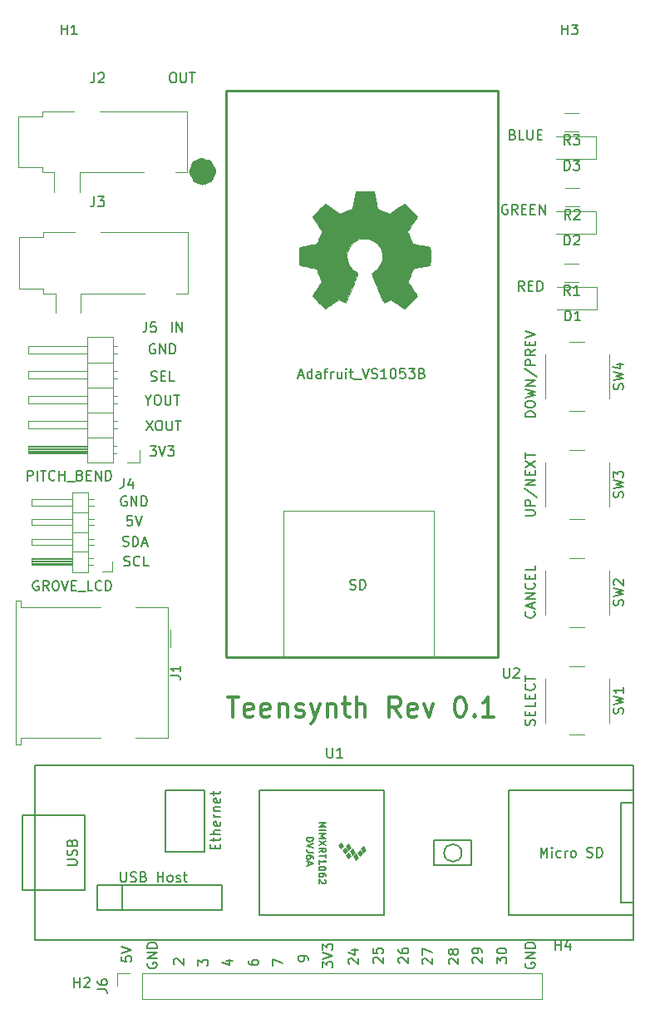
<source format=gbr>
%TF.GenerationSoftware,KiCad,Pcbnew,5.1.8-db9833491~87~ubuntu20.04.1*%
%TF.CreationDate,2020-11-22T18:04:31+08:00*%
%TF.ProjectId,mobo,6d6f626f-2e6b-4696-9361-645f70636258,rev?*%
%TF.SameCoordinates,Original*%
%TF.FileFunction,Legend,Top*%
%TF.FilePolarity,Positive*%
%FSLAX46Y46*%
G04 Gerber Fmt 4.6, Leading zero omitted, Abs format (unit mm)*
G04 Created by KiCad (PCBNEW 5.1.8-db9833491~87~ubuntu20.04.1) date 2020-11-22 18:04:31*
%MOMM*%
%LPD*%
G01*
G04 APERTURE LIST*
%ADD10C,0.150000*%
%ADD11C,0.300000*%
%ADD12C,0.010000*%
%ADD13C,0.120000*%
%ADD14C,0.250000*%
%ADD15C,1.500000*%
%ADD16C,0.100000*%
G04 APERTURE END LIST*
D10*
X63552380Y-103009523D02*
X63552380Y-102390476D01*
X63933333Y-102723809D01*
X63933333Y-102580952D01*
X63980952Y-102485714D01*
X64028571Y-102438095D01*
X64123809Y-102390476D01*
X64361904Y-102390476D01*
X64457142Y-102438095D01*
X64504761Y-102485714D01*
X64552380Y-102580952D01*
X64552380Y-102866666D01*
X64504761Y-102961904D01*
X64457142Y-103009523D01*
X63552380Y-101771428D02*
X63552380Y-101676190D01*
X63600000Y-101580952D01*
X63647619Y-101533333D01*
X63742857Y-101485714D01*
X63933333Y-101438095D01*
X64171428Y-101438095D01*
X64361904Y-101485714D01*
X64457142Y-101533333D01*
X64504761Y-101580952D01*
X64552380Y-101676190D01*
X64552380Y-101771428D01*
X64504761Y-101866666D01*
X64457142Y-101914285D01*
X64361904Y-101961904D01*
X64171428Y-102009523D01*
X63933333Y-102009523D01*
X63742857Y-101961904D01*
X63647619Y-101914285D01*
X63600000Y-101866666D01*
X63552380Y-101771428D01*
X67452380Y-47385714D02*
X66452380Y-47385714D01*
X66452380Y-47147619D01*
X66500000Y-47004761D01*
X66595238Y-46909523D01*
X66690476Y-46861904D01*
X66880952Y-46814285D01*
X67023809Y-46814285D01*
X67214285Y-46861904D01*
X67309523Y-46909523D01*
X67404761Y-47004761D01*
X67452380Y-47147619D01*
X67452380Y-47385714D01*
X66452380Y-46195238D02*
X66452380Y-46004761D01*
X66500000Y-45909523D01*
X66595238Y-45814285D01*
X66785714Y-45766666D01*
X67119047Y-45766666D01*
X67309523Y-45814285D01*
X67404761Y-45909523D01*
X67452380Y-46004761D01*
X67452380Y-46195238D01*
X67404761Y-46290476D01*
X67309523Y-46385714D01*
X67119047Y-46433333D01*
X66785714Y-46433333D01*
X66595238Y-46385714D01*
X66500000Y-46290476D01*
X66452380Y-46195238D01*
X66452380Y-45433333D02*
X67452380Y-45195238D01*
X66738095Y-45004761D01*
X67452380Y-44814285D01*
X66452380Y-44576190D01*
X67452380Y-44195238D02*
X66452380Y-44195238D01*
X67452380Y-43623809D01*
X66452380Y-43623809D01*
X66404761Y-42433333D02*
X67690476Y-43290476D01*
X67452380Y-42100000D02*
X66452380Y-42100000D01*
X66452380Y-41719047D01*
X66500000Y-41623809D01*
X66547619Y-41576190D01*
X66642857Y-41528571D01*
X66785714Y-41528571D01*
X66880952Y-41576190D01*
X66928571Y-41623809D01*
X66976190Y-41719047D01*
X66976190Y-42100000D01*
X67452380Y-40528571D02*
X66976190Y-40861904D01*
X67452380Y-41100000D02*
X66452380Y-41100000D01*
X66452380Y-40719047D01*
X66500000Y-40623809D01*
X66547619Y-40576190D01*
X66642857Y-40528571D01*
X66785714Y-40528571D01*
X66880952Y-40576190D01*
X66928571Y-40623809D01*
X66976190Y-40719047D01*
X66976190Y-41100000D01*
X66928571Y-40100000D02*
X66928571Y-39766666D01*
X67452380Y-39623809D02*
X67452380Y-40100000D01*
X66452380Y-40100000D01*
X66452380Y-39623809D01*
X66452380Y-39338095D02*
X67452380Y-39004761D01*
X66452380Y-38671428D01*
X66452380Y-57442857D02*
X67261904Y-57442857D01*
X67357142Y-57395238D01*
X67404761Y-57347619D01*
X67452380Y-57252380D01*
X67452380Y-57061904D01*
X67404761Y-56966666D01*
X67357142Y-56919047D01*
X67261904Y-56871428D01*
X66452380Y-56871428D01*
X67452380Y-56395238D02*
X66452380Y-56395238D01*
X66452380Y-56014285D01*
X66500000Y-55919047D01*
X66547619Y-55871428D01*
X66642857Y-55823809D01*
X66785714Y-55823809D01*
X66880952Y-55871428D01*
X66928571Y-55919047D01*
X66976190Y-56014285D01*
X66976190Y-56395238D01*
X66404761Y-54680952D02*
X67690476Y-55538095D01*
X67452380Y-54347619D02*
X66452380Y-54347619D01*
X67452380Y-53776190D01*
X66452380Y-53776190D01*
X66928571Y-53300000D02*
X66928571Y-52966666D01*
X67452380Y-52823809D02*
X67452380Y-53300000D01*
X66452380Y-53300000D01*
X66452380Y-52823809D01*
X66452380Y-52490476D02*
X67452380Y-51823809D01*
X66452380Y-51823809D02*
X67452380Y-52490476D01*
X66452380Y-51585714D02*
X66452380Y-51014285D01*
X67452380Y-51300000D02*
X66452380Y-51300000D01*
X67357142Y-67200000D02*
X67404761Y-67247619D01*
X67452380Y-67390476D01*
X67452380Y-67485714D01*
X67404761Y-67628571D01*
X67309523Y-67723809D01*
X67214285Y-67771428D01*
X67023809Y-67819047D01*
X66880952Y-67819047D01*
X66690476Y-67771428D01*
X66595238Y-67723809D01*
X66500000Y-67628571D01*
X66452380Y-67485714D01*
X66452380Y-67390476D01*
X66500000Y-67247619D01*
X66547619Y-67200000D01*
X67166666Y-66819047D02*
X67166666Y-66342857D01*
X67452380Y-66914285D02*
X66452380Y-66580952D01*
X67452380Y-66247619D01*
X67452380Y-65914285D02*
X66452380Y-65914285D01*
X67452380Y-65342857D01*
X66452380Y-65342857D01*
X67357142Y-64295238D02*
X67404761Y-64342857D01*
X67452380Y-64485714D01*
X67452380Y-64580952D01*
X67404761Y-64723809D01*
X67309523Y-64819047D01*
X67214285Y-64866666D01*
X67023809Y-64914285D01*
X66880952Y-64914285D01*
X66690476Y-64866666D01*
X66595238Y-64819047D01*
X66500000Y-64723809D01*
X66452380Y-64580952D01*
X66452380Y-64485714D01*
X66500000Y-64342857D01*
X66547619Y-64295238D01*
X66928571Y-63866666D02*
X66928571Y-63533333D01*
X67452380Y-63390476D02*
X67452380Y-63866666D01*
X66452380Y-63866666D01*
X66452380Y-63390476D01*
X67452380Y-62485714D02*
X67452380Y-62961904D01*
X66452380Y-62961904D01*
X67404761Y-78776190D02*
X67452380Y-78633333D01*
X67452380Y-78395238D01*
X67404761Y-78300000D01*
X67357142Y-78252380D01*
X67261904Y-78204761D01*
X67166666Y-78204761D01*
X67071428Y-78252380D01*
X67023809Y-78300000D01*
X66976190Y-78395238D01*
X66928571Y-78585714D01*
X66880952Y-78680952D01*
X66833333Y-78728571D01*
X66738095Y-78776190D01*
X66642857Y-78776190D01*
X66547619Y-78728571D01*
X66500000Y-78680952D01*
X66452380Y-78585714D01*
X66452380Y-78347619D01*
X66500000Y-78204761D01*
X66928571Y-77776190D02*
X66928571Y-77442857D01*
X67452380Y-77300000D02*
X67452380Y-77776190D01*
X66452380Y-77776190D01*
X66452380Y-77300000D01*
X67452380Y-76395238D02*
X67452380Y-76871428D01*
X66452380Y-76871428D01*
X66928571Y-76061904D02*
X66928571Y-75728571D01*
X67452380Y-75585714D02*
X67452380Y-76061904D01*
X66452380Y-76061904D01*
X66452380Y-75585714D01*
X67357142Y-74585714D02*
X67404761Y-74633333D01*
X67452380Y-74776190D01*
X67452380Y-74871428D01*
X67404761Y-75014285D01*
X67309523Y-75109523D01*
X67214285Y-75157142D01*
X67023809Y-75204761D01*
X66880952Y-75204761D01*
X66690476Y-75157142D01*
X66595238Y-75109523D01*
X66500000Y-75014285D01*
X66452380Y-74871428D01*
X66452380Y-74776190D01*
X66500000Y-74633333D01*
X66547619Y-74585714D01*
X66452380Y-74300000D02*
X66452380Y-73728571D01*
X67452380Y-74014285D02*
X66452380Y-74014285D01*
D11*
X36133333Y-75904761D02*
X37276190Y-75904761D01*
X36704761Y-77904761D02*
X36704761Y-75904761D01*
X38704761Y-77809523D02*
X38514285Y-77904761D01*
X38133333Y-77904761D01*
X37942857Y-77809523D01*
X37847619Y-77619047D01*
X37847619Y-76857142D01*
X37942857Y-76666666D01*
X38133333Y-76571428D01*
X38514285Y-76571428D01*
X38704761Y-76666666D01*
X38800000Y-76857142D01*
X38800000Y-77047619D01*
X37847619Y-77238095D01*
X40419047Y-77809523D02*
X40228571Y-77904761D01*
X39847619Y-77904761D01*
X39657142Y-77809523D01*
X39561904Y-77619047D01*
X39561904Y-76857142D01*
X39657142Y-76666666D01*
X39847619Y-76571428D01*
X40228571Y-76571428D01*
X40419047Y-76666666D01*
X40514285Y-76857142D01*
X40514285Y-77047619D01*
X39561904Y-77238095D01*
X41371428Y-76571428D02*
X41371428Y-77904761D01*
X41371428Y-76761904D02*
X41466666Y-76666666D01*
X41657142Y-76571428D01*
X41942857Y-76571428D01*
X42133333Y-76666666D01*
X42228571Y-76857142D01*
X42228571Y-77904761D01*
X43085714Y-77809523D02*
X43276190Y-77904761D01*
X43657142Y-77904761D01*
X43847619Y-77809523D01*
X43942857Y-77619047D01*
X43942857Y-77523809D01*
X43847619Y-77333333D01*
X43657142Y-77238095D01*
X43371428Y-77238095D01*
X43180952Y-77142857D01*
X43085714Y-76952380D01*
X43085714Y-76857142D01*
X43180952Y-76666666D01*
X43371428Y-76571428D01*
X43657142Y-76571428D01*
X43847619Y-76666666D01*
X44609523Y-76571428D02*
X45085714Y-77904761D01*
X45561904Y-76571428D02*
X45085714Y-77904761D01*
X44895238Y-78380952D01*
X44800000Y-78476190D01*
X44609523Y-78571428D01*
X46323809Y-76571428D02*
X46323809Y-77904761D01*
X46323809Y-76761904D02*
X46419047Y-76666666D01*
X46609523Y-76571428D01*
X46895238Y-76571428D01*
X47085714Y-76666666D01*
X47180952Y-76857142D01*
X47180952Y-77904761D01*
X47847619Y-76571428D02*
X48609523Y-76571428D01*
X48133333Y-75904761D02*
X48133333Y-77619047D01*
X48228571Y-77809523D01*
X48419047Y-77904761D01*
X48609523Y-77904761D01*
X49276190Y-77904761D02*
X49276190Y-75904761D01*
X50133333Y-77904761D02*
X50133333Y-76857142D01*
X50038095Y-76666666D01*
X49847619Y-76571428D01*
X49561904Y-76571428D01*
X49371428Y-76666666D01*
X49276190Y-76761904D01*
X53752380Y-77904761D02*
X53085714Y-76952380D01*
X52609523Y-77904761D02*
X52609523Y-75904761D01*
X53371428Y-75904761D01*
X53561904Y-76000000D01*
X53657142Y-76095238D01*
X53752380Y-76285714D01*
X53752380Y-76571428D01*
X53657142Y-76761904D01*
X53561904Y-76857142D01*
X53371428Y-76952380D01*
X52609523Y-76952380D01*
X55371428Y-77809523D02*
X55180952Y-77904761D01*
X54800000Y-77904761D01*
X54609523Y-77809523D01*
X54514285Y-77619047D01*
X54514285Y-76857142D01*
X54609523Y-76666666D01*
X54800000Y-76571428D01*
X55180952Y-76571428D01*
X55371428Y-76666666D01*
X55466666Y-76857142D01*
X55466666Y-77047619D01*
X54514285Y-77238095D01*
X56133333Y-76571428D02*
X56609523Y-77904761D01*
X57085714Y-76571428D01*
X59752380Y-75904761D02*
X59942857Y-75904761D01*
X60133333Y-76000000D01*
X60228571Y-76095238D01*
X60323809Y-76285714D01*
X60419047Y-76666666D01*
X60419047Y-77142857D01*
X60323809Y-77523809D01*
X60228571Y-77714285D01*
X60133333Y-77809523D01*
X59942857Y-77904761D01*
X59752380Y-77904761D01*
X59561904Y-77809523D01*
X59466666Y-77714285D01*
X59371428Y-77523809D01*
X59276190Y-77142857D01*
X59276190Y-76666666D01*
X59371428Y-76285714D01*
X59466666Y-76095238D01*
X59561904Y-76000000D01*
X59752380Y-75904761D01*
X61276190Y-77714285D02*
X61371428Y-77809523D01*
X61276190Y-77904761D01*
X61180952Y-77809523D01*
X61276190Y-77714285D01*
X61276190Y-77904761D01*
X63276190Y-77904761D02*
X62133333Y-77904761D01*
X62704761Y-77904761D02*
X62704761Y-75904761D01*
X62514285Y-76190476D01*
X62323809Y-76380952D01*
X62133333Y-76476190D01*
D10*
X15738095Y-53852380D02*
X15738095Y-52852380D01*
X16119047Y-52852380D01*
X16214285Y-52900000D01*
X16261904Y-52947619D01*
X16309523Y-53042857D01*
X16309523Y-53185714D01*
X16261904Y-53280952D01*
X16214285Y-53328571D01*
X16119047Y-53376190D01*
X15738095Y-53376190D01*
X16738095Y-53852380D02*
X16738095Y-52852380D01*
X17071428Y-52852380D02*
X17642857Y-52852380D01*
X17357142Y-53852380D02*
X17357142Y-52852380D01*
X18547619Y-53757142D02*
X18500000Y-53804761D01*
X18357142Y-53852380D01*
X18261904Y-53852380D01*
X18119047Y-53804761D01*
X18023809Y-53709523D01*
X17976190Y-53614285D01*
X17928571Y-53423809D01*
X17928571Y-53280952D01*
X17976190Y-53090476D01*
X18023809Y-52995238D01*
X18119047Y-52900000D01*
X18261904Y-52852380D01*
X18357142Y-52852380D01*
X18500000Y-52900000D01*
X18547619Y-52947619D01*
X18976190Y-53852380D02*
X18976190Y-52852380D01*
X18976190Y-53328571D02*
X19547619Y-53328571D01*
X19547619Y-53852380D02*
X19547619Y-52852380D01*
X19785714Y-53947619D02*
X20547619Y-53947619D01*
X21119047Y-53328571D02*
X21261904Y-53376190D01*
X21309523Y-53423809D01*
X21357142Y-53519047D01*
X21357142Y-53661904D01*
X21309523Y-53757142D01*
X21261904Y-53804761D01*
X21166666Y-53852380D01*
X20785714Y-53852380D01*
X20785714Y-52852380D01*
X21119047Y-52852380D01*
X21214285Y-52900000D01*
X21261904Y-52947619D01*
X21309523Y-53042857D01*
X21309523Y-53138095D01*
X21261904Y-53233333D01*
X21214285Y-53280952D01*
X21119047Y-53328571D01*
X20785714Y-53328571D01*
X21785714Y-53328571D02*
X22119047Y-53328571D01*
X22261904Y-53852380D02*
X21785714Y-53852380D01*
X21785714Y-52852380D01*
X22261904Y-52852380D01*
X22690476Y-53852380D02*
X22690476Y-52852380D01*
X23261904Y-53852380D01*
X23261904Y-52852380D01*
X23738095Y-53852380D02*
X23738095Y-52852380D01*
X23976190Y-52852380D01*
X24119047Y-52900000D01*
X24214285Y-52995238D01*
X24261904Y-53090476D01*
X24309523Y-53280952D01*
X24309523Y-53423809D01*
X24261904Y-53614285D01*
X24214285Y-53709523D01*
X24119047Y-53804761D01*
X23976190Y-53852380D01*
X23738095Y-53852380D01*
X16871428Y-64100000D02*
X16776190Y-64052380D01*
X16633333Y-64052380D01*
X16490476Y-64100000D01*
X16395238Y-64195238D01*
X16347619Y-64290476D01*
X16300000Y-64480952D01*
X16300000Y-64623809D01*
X16347619Y-64814285D01*
X16395238Y-64909523D01*
X16490476Y-65004761D01*
X16633333Y-65052380D01*
X16728571Y-65052380D01*
X16871428Y-65004761D01*
X16919047Y-64957142D01*
X16919047Y-64623809D01*
X16728571Y-64623809D01*
X17919047Y-65052380D02*
X17585714Y-64576190D01*
X17347619Y-65052380D02*
X17347619Y-64052380D01*
X17728571Y-64052380D01*
X17823809Y-64100000D01*
X17871428Y-64147619D01*
X17919047Y-64242857D01*
X17919047Y-64385714D01*
X17871428Y-64480952D01*
X17823809Y-64528571D01*
X17728571Y-64576190D01*
X17347619Y-64576190D01*
X18538095Y-64052380D02*
X18728571Y-64052380D01*
X18823809Y-64100000D01*
X18919047Y-64195238D01*
X18966666Y-64385714D01*
X18966666Y-64719047D01*
X18919047Y-64909523D01*
X18823809Y-65004761D01*
X18728571Y-65052380D01*
X18538095Y-65052380D01*
X18442857Y-65004761D01*
X18347619Y-64909523D01*
X18300000Y-64719047D01*
X18300000Y-64385714D01*
X18347619Y-64195238D01*
X18442857Y-64100000D01*
X18538095Y-64052380D01*
X19252380Y-64052380D02*
X19585714Y-65052380D01*
X19919047Y-64052380D01*
X20252380Y-64528571D02*
X20585714Y-64528571D01*
X20728571Y-65052380D02*
X20252380Y-65052380D01*
X20252380Y-64052380D01*
X20728571Y-64052380D01*
X20919047Y-65147619D02*
X21680952Y-65147619D01*
X22395238Y-65052380D02*
X21919047Y-65052380D01*
X21919047Y-64052380D01*
X23300000Y-64957142D02*
X23252380Y-65004761D01*
X23109523Y-65052380D01*
X23014285Y-65052380D01*
X22871428Y-65004761D01*
X22776190Y-64909523D01*
X22728571Y-64814285D01*
X22680952Y-64623809D01*
X22680952Y-64480952D01*
X22728571Y-64290476D01*
X22776190Y-64195238D01*
X22871428Y-64100000D01*
X23014285Y-64052380D01*
X23109523Y-64052380D01*
X23252380Y-64100000D01*
X23300000Y-64147619D01*
X23728571Y-65052380D02*
X23728571Y-64052380D01*
X23966666Y-64052380D01*
X24109523Y-64100000D01*
X24204761Y-64195238D01*
X24252380Y-64290476D01*
X24300000Y-64480952D01*
X24300000Y-64623809D01*
X24252380Y-64814285D01*
X24204761Y-64909523D01*
X24109523Y-65004761D01*
X23966666Y-65052380D01*
X23728571Y-65052380D01*
X66357142Y-34552380D02*
X66023809Y-34076190D01*
X65785714Y-34552380D02*
X65785714Y-33552380D01*
X66166666Y-33552380D01*
X66261904Y-33600000D01*
X66309523Y-33647619D01*
X66357142Y-33742857D01*
X66357142Y-33885714D01*
X66309523Y-33980952D01*
X66261904Y-34028571D01*
X66166666Y-34076190D01*
X65785714Y-34076190D01*
X66785714Y-34028571D02*
X67119047Y-34028571D01*
X67261904Y-34552380D02*
X66785714Y-34552380D01*
X66785714Y-33552380D01*
X67261904Y-33552380D01*
X67690476Y-34552380D02*
X67690476Y-33552380D01*
X67928571Y-33552380D01*
X68071428Y-33600000D01*
X68166666Y-33695238D01*
X68214285Y-33790476D01*
X68261904Y-33980952D01*
X68261904Y-34123809D01*
X68214285Y-34314285D01*
X68166666Y-34409523D01*
X68071428Y-34504761D01*
X67928571Y-34552380D01*
X67690476Y-34552380D01*
X64633333Y-25800000D02*
X64538095Y-25752380D01*
X64395238Y-25752380D01*
X64252380Y-25800000D01*
X64157142Y-25895238D01*
X64109523Y-25990476D01*
X64061904Y-26180952D01*
X64061904Y-26323809D01*
X64109523Y-26514285D01*
X64157142Y-26609523D01*
X64252380Y-26704761D01*
X64395238Y-26752380D01*
X64490476Y-26752380D01*
X64633333Y-26704761D01*
X64680952Y-26657142D01*
X64680952Y-26323809D01*
X64490476Y-26323809D01*
X65680952Y-26752380D02*
X65347619Y-26276190D01*
X65109523Y-26752380D02*
X65109523Y-25752380D01*
X65490476Y-25752380D01*
X65585714Y-25800000D01*
X65633333Y-25847619D01*
X65680952Y-25942857D01*
X65680952Y-26085714D01*
X65633333Y-26180952D01*
X65585714Y-26228571D01*
X65490476Y-26276190D01*
X65109523Y-26276190D01*
X66109523Y-26228571D02*
X66442857Y-26228571D01*
X66585714Y-26752380D02*
X66109523Y-26752380D01*
X66109523Y-25752380D01*
X66585714Y-25752380D01*
X67014285Y-26228571D02*
X67347619Y-26228571D01*
X67490476Y-26752380D02*
X67014285Y-26752380D01*
X67014285Y-25752380D01*
X67490476Y-25752380D01*
X67919047Y-26752380D02*
X67919047Y-25752380D01*
X68490476Y-26752380D01*
X68490476Y-25752380D01*
X65190476Y-18628571D02*
X65333333Y-18676190D01*
X65380952Y-18723809D01*
X65428571Y-18819047D01*
X65428571Y-18961904D01*
X65380952Y-19057142D01*
X65333333Y-19104761D01*
X65238095Y-19152380D01*
X64857142Y-19152380D01*
X64857142Y-18152380D01*
X65190476Y-18152380D01*
X65285714Y-18200000D01*
X65333333Y-18247619D01*
X65380952Y-18342857D01*
X65380952Y-18438095D01*
X65333333Y-18533333D01*
X65285714Y-18580952D01*
X65190476Y-18628571D01*
X64857142Y-18628571D01*
X66333333Y-19152380D02*
X65857142Y-19152380D01*
X65857142Y-18152380D01*
X66666666Y-18152380D02*
X66666666Y-18961904D01*
X66714285Y-19057142D01*
X66761904Y-19104761D01*
X66857142Y-19152380D01*
X67047619Y-19152380D01*
X67142857Y-19104761D01*
X67190476Y-19057142D01*
X67238095Y-18961904D01*
X67238095Y-18152380D01*
X67714285Y-18628571D02*
X68047619Y-18628571D01*
X68190476Y-19152380D02*
X67714285Y-19152380D01*
X67714285Y-18152380D01*
X68190476Y-18152380D01*
X66500000Y-102961904D02*
X66452380Y-103057142D01*
X66452380Y-103200000D01*
X66500000Y-103342857D01*
X66595238Y-103438095D01*
X66690476Y-103485714D01*
X66880952Y-103533333D01*
X67023809Y-103533333D01*
X67214285Y-103485714D01*
X67309523Y-103438095D01*
X67404761Y-103342857D01*
X67452380Y-103200000D01*
X67452380Y-103104761D01*
X67404761Y-102961904D01*
X67357142Y-102914285D01*
X67023809Y-102914285D01*
X67023809Y-103104761D01*
X67452380Y-102485714D02*
X66452380Y-102485714D01*
X67452380Y-101914285D01*
X66452380Y-101914285D01*
X67452380Y-101438095D02*
X66452380Y-101438095D01*
X66452380Y-101200000D01*
X66500000Y-101057142D01*
X66595238Y-100961904D01*
X66690476Y-100914285D01*
X66880952Y-100866666D01*
X67023809Y-100866666D01*
X67214285Y-100914285D01*
X67309523Y-100961904D01*
X67404761Y-101057142D01*
X67452380Y-101200000D01*
X67452380Y-101438095D01*
X61147619Y-102961904D02*
X61100000Y-102914285D01*
X61052380Y-102819047D01*
X61052380Y-102580952D01*
X61100000Y-102485714D01*
X61147619Y-102438095D01*
X61242857Y-102390476D01*
X61338095Y-102390476D01*
X61480952Y-102438095D01*
X62052380Y-103009523D01*
X62052380Y-102390476D01*
X62052380Y-101914285D02*
X62052380Y-101723809D01*
X62004761Y-101628571D01*
X61957142Y-101580952D01*
X61814285Y-101485714D01*
X61623809Y-101438095D01*
X61242857Y-101438095D01*
X61147619Y-101485714D01*
X61100000Y-101533333D01*
X61052380Y-101628571D01*
X61052380Y-101819047D01*
X61100000Y-101914285D01*
X61147619Y-101961904D01*
X61242857Y-102009523D01*
X61480952Y-102009523D01*
X61576190Y-101961904D01*
X61623809Y-101914285D01*
X61671428Y-101819047D01*
X61671428Y-101628571D01*
X61623809Y-101533333D01*
X61576190Y-101485714D01*
X61480952Y-101438095D01*
X58747619Y-103061904D02*
X58700000Y-103014285D01*
X58652380Y-102919047D01*
X58652380Y-102680952D01*
X58700000Y-102585714D01*
X58747619Y-102538095D01*
X58842857Y-102490476D01*
X58938095Y-102490476D01*
X59080952Y-102538095D01*
X59652380Y-103109523D01*
X59652380Y-102490476D01*
X59080952Y-101919047D02*
X59033333Y-102014285D01*
X58985714Y-102061904D01*
X58890476Y-102109523D01*
X58842857Y-102109523D01*
X58747619Y-102061904D01*
X58700000Y-102014285D01*
X58652380Y-101919047D01*
X58652380Y-101728571D01*
X58700000Y-101633333D01*
X58747619Y-101585714D01*
X58842857Y-101538095D01*
X58890476Y-101538095D01*
X58985714Y-101585714D01*
X59033333Y-101633333D01*
X59080952Y-101728571D01*
X59080952Y-101919047D01*
X59128571Y-102014285D01*
X59176190Y-102061904D01*
X59271428Y-102109523D01*
X59461904Y-102109523D01*
X59557142Y-102061904D01*
X59604761Y-102014285D01*
X59652380Y-101919047D01*
X59652380Y-101728571D01*
X59604761Y-101633333D01*
X59557142Y-101585714D01*
X59461904Y-101538095D01*
X59271428Y-101538095D01*
X59176190Y-101585714D01*
X59128571Y-101633333D01*
X59080952Y-101728571D01*
X56047619Y-103061904D02*
X56000000Y-103014285D01*
X55952380Y-102919047D01*
X55952380Y-102680952D01*
X56000000Y-102585714D01*
X56047619Y-102538095D01*
X56142857Y-102490476D01*
X56238095Y-102490476D01*
X56380952Y-102538095D01*
X56952380Y-103109523D01*
X56952380Y-102490476D01*
X55952380Y-102157142D02*
X55952380Y-101490476D01*
X56952380Y-101919047D01*
X53647619Y-102961904D02*
X53600000Y-102914285D01*
X53552380Y-102819047D01*
X53552380Y-102580952D01*
X53600000Y-102485714D01*
X53647619Y-102438095D01*
X53742857Y-102390476D01*
X53838095Y-102390476D01*
X53980952Y-102438095D01*
X54552380Y-103009523D01*
X54552380Y-102390476D01*
X53552380Y-101533333D02*
X53552380Y-101723809D01*
X53600000Y-101819047D01*
X53647619Y-101866666D01*
X53790476Y-101961904D01*
X53980952Y-102009523D01*
X54361904Y-102009523D01*
X54457142Y-101961904D01*
X54504761Y-101914285D01*
X54552380Y-101819047D01*
X54552380Y-101628571D01*
X54504761Y-101533333D01*
X54457142Y-101485714D01*
X54361904Y-101438095D01*
X54123809Y-101438095D01*
X54028571Y-101485714D01*
X53980952Y-101533333D01*
X53933333Y-101628571D01*
X53933333Y-101819047D01*
X53980952Y-101914285D01*
X54028571Y-101961904D01*
X54123809Y-102009523D01*
X51047619Y-102961904D02*
X51000000Y-102914285D01*
X50952380Y-102819047D01*
X50952380Y-102580952D01*
X51000000Y-102485714D01*
X51047619Y-102438095D01*
X51142857Y-102390476D01*
X51238095Y-102390476D01*
X51380952Y-102438095D01*
X51952380Y-103009523D01*
X51952380Y-102390476D01*
X50952380Y-101485714D02*
X50952380Y-101961904D01*
X51428571Y-102009523D01*
X51380952Y-101961904D01*
X51333333Y-101866666D01*
X51333333Y-101628571D01*
X51380952Y-101533333D01*
X51428571Y-101485714D01*
X51523809Y-101438095D01*
X51761904Y-101438095D01*
X51857142Y-101485714D01*
X51904761Y-101533333D01*
X51952380Y-101628571D01*
X51952380Y-101866666D01*
X51904761Y-101961904D01*
X51857142Y-102009523D01*
X48547619Y-103061904D02*
X48500000Y-103014285D01*
X48452380Y-102919047D01*
X48452380Y-102680952D01*
X48500000Y-102585714D01*
X48547619Y-102538095D01*
X48642857Y-102490476D01*
X48738095Y-102490476D01*
X48880952Y-102538095D01*
X49452380Y-103109523D01*
X49452380Y-102490476D01*
X48785714Y-101633333D02*
X49452380Y-101633333D01*
X48404761Y-101871428D02*
X49119047Y-102109523D01*
X49119047Y-101490476D01*
X45852380Y-103438095D02*
X45852380Y-102819047D01*
X46233333Y-103152380D01*
X46233333Y-103009523D01*
X46280952Y-102914285D01*
X46328571Y-102866666D01*
X46423809Y-102819047D01*
X46661904Y-102819047D01*
X46757142Y-102866666D01*
X46804761Y-102914285D01*
X46852380Y-103009523D01*
X46852380Y-103295238D01*
X46804761Y-103390476D01*
X46757142Y-103438095D01*
X45852380Y-102533333D02*
X46852380Y-102200000D01*
X45852380Y-101866666D01*
X45852380Y-101628571D02*
X45852380Y-101009523D01*
X46233333Y-101342857D01*
X46233333Y-101200000D01*
X46280952Y-101104761D01*
X46328571Y-101057142D01*
X46423809Y-101009523D01*
X46661904Y-101009523D01*
X46757142Y-101057142D01*
X46804761Y-101104761D01*
X46852380Y-101200000D01*
X46852380Y-101485714D01*
X46804761Y-101580952D01*
X46757142Y-101628571D01*
X44352380Y-102690476D02*
X44352380Y-102500000D01*
X44304761Y-102404761D01*
X44257142Y-102357142D01*
X44114285Y-102261904D01*
X43923809Y-102214285D01*
X43542857Y-102214285D01*
X43447619Y-102261904D01*
X43400000Y-102309523D01*
X43352380Y-102404761D01*
X43352380Y-102595238D01*
X43400000Y-102690476D01*
X43447619Y-102738095D01*
X43542857Y-102785714D01*
X43780952Y-102785714D01*
X43876190Y-102738095D01*
X43923809Y-102690476D01*
X43971428Y-102595238D01*
X43971428Y-102404761D01*
X43923809Y-102309523D01*
X43876190Y-102261904D01*
X43780952Y-102214285D01*
X40752380Y-103233333D02*
X40752380Y-102566666D01*
X41752380Y-102995238D01*
X38252380Y-102709523D02*
X38252380Y-102900000D01*
X38300000Y-102995238D01*
X38347619Y-103042857D01*
X38490476Y-103138095D01*
X38680952Y-103185714D01*
X39061904Y-103185714D01*
X39157142Y-103138095D01*
X39204761Y-103090476D01*
X39252380Y-102995238D01*
X39252380Y-102804761D01*
X39204761Y-102709523D01*
X39157142Y-102661904D01*
X39061904Y-102614285D01*
X38823809Y-102614285D01*
X38728571Y-102661904D01*
X38680952Y-102709523D01*
X38633333Y-102804761D01*
X38633333Y-102995238D01*
X38680952Y-103090476D01*
X38728571Y-103138095D01*
X38823809Y-103185714D01*
X35985714Y-102709523D02*
X36652380Y-102709523D01*
X35604761Y-102947619D02*
X36319047Y-103185714D01*
X36319047Y-102566666D01*
X33152380Y-103233333D02*
X33152380Y-102614285D01*
X33533333Y-102947619D01*
X33533333Y-102804761D01*
X33580952Y-102709523D01*
X33628571Y-102661904D01*
X33723809Y-102614285D01*
X33961904Y-102614285D01*
X34057142Y-102661904D01*
X34104761Y-102709523D01*
X34152380Y-102804761D01*
X34152380Y-103090476D01*
X34104761Y-103185714D01*
X34057142Y-103233333D01*
X30747619Y-103085714D02*
X30700000Y-103038095D01*
X30652380Y-102942857D01*
X30652380Y-102704761D01*
X30700000Y-102609523D01*
X30747619Y-102561904D01*
X30842857Y-102514285D01*
X30938095Y-102514285D01*
X31080952Y-102561904D01*
X31652380Y-103133333D01*
X31652380Y-102514285D01*
X28000000Y-102961904D02*
X27952380Y-103057142D01*
X27952380Y-103200000D01*
X28000000Y-103342857D01*
X28095238Y-103438095D01*
X28190476Y-103485714D01*
X28380952Y-103533333D01*
X28523809Y-103533333D01*
X28714285Y-103485714D01*
X28809523Y-103438095D01*
X28904761Y-103342857D01*
X28952380Y-103200000D01*
X28952380Y-103104761D01*
X28904761Y-102961904D01*
X28857142Y-102914285D01*
X28523809Y-102914285D01*
X28523809Y-103104761D01*
X28952380Y-102485714D02*
X27952380Y-102485714D01*
X28952380Y-101914285D01*
X27952380Y-101914285D01*
X28952380Y-101438095D02*
X27952380Y-101438095D01*
X27952380Y-101200000D01*
X28000000Y-101057142D01*
X28095238Y-100961904D01*
X28190476Y-100914285D01*
X28380952Y-100866666D01*
X28523809Y-100866666D01*
X28714285Y-100914285D01*
X28809523Y-100961904D01*
X28904761Y-101057142D01*
X28952380Y-101200000D01*
X28952380Y-101438095D01*
X25352380Y-102290476D02*
X25352380Y-102766666D01*
X25828571Y-102814285D01*
X25780952Y-102766666D01*
X25733333Y-102671428D01*
X25733333Y-102433333D01*
X25780952Y-102338095D01*
X25828571Y-102290476D01*
X25923809Y-102242857D01*
X26161904Y-102242857D01*
X26257142Y-102290476D01*
X26304761Y-102338095D01*
X26352380Y-102433333D01*
X26352380Y-102671428D01*
X26304761Y-102766666D01*
X26257142Y-102814285D01*
X25352380Y-101957142D02*
X26352380Y-101623809D01*
X25352380Y-101290476D01*
X30476190Y-38752380D02*
X30476190Y-37752380D01*
X30952380Y-38752380D02*
X30952380Y-37752380D01*
X31523809Y-38752380D01*
X31523809Y-37752380D01*
X30500000Y-12352380D02*
X30690476Y-12352380D01*
X30785714Y-12400000D01*
X30880952Y-12495238D01*
X30928571Y-12685714D01*
X30928571Y-13019047D01*
X30880952Y-13209523D01*
X30785714Y-13304761D01*
X30690476Y-13352380D01*
X30500000Y-13352380D01*
X30404761Y-13304761D01*
X30309523Y-13209523D01*
X30261904Y-13019047D01*
X30261904Y-12685714D01*
X30309523Y-12495238D01*
X30404761Y-12400000D01*
X30500000Y-12352380D01*
X31357142Y-12352380D02*
X31357142Y-13161904D01*
X31404761Y-13257142D01*
X31452380Y-13304761D01*
X31547619Y-13352380D01*
X31738095Y-13352380D01*
X31833333Y-13304761D01*
X31880952Y-13257142D01*
X31928571Y-13161904D01*
X31928571Y-12352380D01*
X32261904Y-12352380D02*
X32833333Y-12352380D01*
X32547619Y-13352380D02*
X32547619Y-12352380D01*
X25609523Y-62504761D02*
X25752380Y-62552380D01*
X25990476Y-62552380D01*
X26085714Y-62504761D01*
X26133333Y-62457142D01*
X26180952Y-62361904D01*
X26180952Y-62266666D01*
X26133333Y-62171428D01*
X26085714Y-62123809D01*
X25990476Y-62076190D01*
X25800000Y-62028571D01*
X25704761Y-61980952D01*
X25657142Y-61933333D01*
X25609523Y-61838095D01*
X25609523Y-61742857D01*
X25657142Y-61647619D01*
X25704761Y-61600000D01*
X25800000Y-61552380D01*
X26038095Y-61552380D01*
X26180952Y-61600000D01*
X27180952Y-62457142D02*
X27133333Y-62504761D01*
X26990476Y-62552380D01*
X26895238Y-62552380D01*
X26752380Y-62504761D01*
X26657142Y-62409523D01*
X26609523Y-62314285D01*
X26561904Y-62123809D01*
X26561904Y-61980952D01*
X26609523Y-61790476D01*
X26657142Y-61695238D01*
X26752380Y-61600000D01*
X26895238Y-61552380D01*
X26990476Y-61552380D01*
X27133333Y-61600000D01*
X27180952Y-61647619D01*
X28085714Y-62552380D02*
X27609523Y-62552380D01*
X27609523Y-61552380D01*
X25485714Y-60504761D02*
X25628571Y-60552380D01*
X25866666Y-60552380D01*
X25961904Y-60504761D01*
X26009523Y-60457142D01*
X26057142Y-60361904D01*
X26057142Y-60266666D01*
X26009523Y-60171428D01*
X25961904Y-60123809D01*
X25866666Y-60076190D01*
X25676190Y-60028571D01*
X25580952Y-59980952D01*
X25533333Y-59933333D01*
X25485714Y-59838095D01*
X25485714Y-59742857D01*
X25533333Y-59647619D01*
X25580952Y-59600000D01*
X25676190Y-59552380D01*
X25914285Y-59552380D01*
X26057142Y-59600000D01*
X26485714Y-60552380D02*
X26485714Y-59552380D01*
X26723809Y-59552380D01*
X26866666Y-59600000D01*
X26961904Y-59695238D01*
X27009523Y-59790476D01*
X27057142Y-59980952D01*
X27057142Y-60123809D01*
X27009523Y-60314285D01*
X26961904Y-60409523D01*
X26866666Y-60504761D01*
X26723809Y-60552380D01*
X26485714Y-60552380D01*
X27438095Y-60266666D02*
X27914285Y-60266666D01*
X27342857Y-60552380D02*
X27676190Y-59552380D01*
X28009523Y-60552380D01*
X26409523Y-57452380D02*
X25933333Y-57452380D01*
X25885714Y-57928571D01*
X25933333Y-57880952D01*
X26028571Y-57833333D01*
X26266666Y-57833333D01*
X26361904Y-57880952D01*
X26409523Y-57928571D01*
X26457142Y-58023809D01*
X26457142Y-58261904D01*
X26409523Y-58357142D01*
X26361904Y-58404761D01*
X26266666Y-58452380D01*
X26028571Y-58452380D01*
X25933333Y-58404761D01*
X25885714Y-58357142D01*
X26742857Y-57452380D02*
X27076190Y-58452380D01*
X27409523Y-57452380D01*
X25838095Y-55500000D02*
X25742857Y-55452380D01*
X25600000Y-55452380D01*
X25457142Y-55500000D01*
X25361904Y-55595238D01*
X25314285Y-55690476D01*
X25266666Y-55880952D01*
X25266666Y-56023809D01*
X25314285Y-56214285D01*
X25361904Y-56309523D01*
X25457142Y-56404761D01*
X25600000Y-56452380D01*
X25695238Y-56452380D01*
X25838095Y-56404761D01*
X25885714Y-56357142D01*
X25885714Y-56023809D01*
X25695238Y-56023809D01*
X26314285Y-56452380D02*
X26314285Y-55452380D01*
X26885714Y-56452380D01*
X26885714Y-55452380D01*
X27361904Y-56452380D02*
X27361904Y-55452380D01*
X27600000Y-55452380D01*
X27742857Y-55500000D01*
X27838095Y-55595238D01*
X27885714Y-55690476D01*
X27933333Y-55880952D01*
X27933333Y-56023809D01*
X27885714Y-56214285D01*
X27838095Y-56309523D01*
X27742857Y-56404761D01*
X27600000Y-56452380D01*
X27361904Y-56452380D01*
X28261904Y-50352380D02*
X28880952Y-50352380D01*
X28547619Y-50733333D01*
X28690476Y-50733333D01*
X28785714Y-50780952D01*
X28833333Y-50828571D01*
X28880952Y-50923809D01*
X28880952Y-51161904D01*
X28833333Y-51257142D01*
X28785714Y-51304761D01*
X28690476Y-51352380D01*
X28404761Y-51352380D01*
X28309523Y-51304761D01*
X28261904Y-51257142D01*
X29166666Y-50352380D02*
X29500000Y-51352380D01*
X29833333Y-50352380D01*
X30071428Y-50352380D02*
X30690476Y-50352380D01*
X30357142Y-50733333D01*
X30500000Y-50733333D01*
X30595238Y-50780952D01*
X30642857Y-50828571D01*
X30690476Y-50923809D01*
X30690476Y-51161904D01*
X30642857Y-51257142D01*
X30595238Y-51304761D01*
X30500000Y-51352380D01*
X30214285Y-51352380D01*
X30119047Y-51304761D01*
X30071428Y-51257142D01*
X27838095Y-47752380D02*
X28504761Y-48752380D01*
X28504761Y-47752380D02*
X27838095Y-48752380D01*
X29076190Y-47752380D02*
X29266666Y-47752380D01*
X29361904Y-47800000D01*
X29457142Y-47895238D01*
X29504761Y-48085714D01*
X29504761Y-48419047D01*
X29457142Y-48609523D01*
X29361904Y-48704761D01*
X29266666Y-48752380D01*
X29076190Y-48752380D01*
X28980952Y-48704761D01*
X28885714Y-48609523D01*
X28838095Y-48419047D01*
X28838095Y-48085714D01*
X28885714Y-47895238D01*
X28980952Y-47800000D01*
X29076190Y-47752380D01*
X29933333Y-47752380D02*
X29933333Y-48561904D01*
X29980952Y-48657142D01*
X30028571Y-48704761D01*
X30123809Y-48752380D01*
X30314285Y-48752380D01*
X30409523Y-48704761D01*
X30457142Y-48657142D01*
X30504761Y-48561904D01*
X30504761Y-47752380D01*
X30838095Y-47752380D02*
X31409523Y-47752380D01*
X31123809Y-48752380D02*
X31123809Y-47752380D01*
X28071428Y-45676190D02*
X28071428Y-46152380D01*
X27738095Y-45152380D02*
X28071428Y-45676190D01*
X28404761Y-45152380D01*
X28928571Y-45152380D02*
X29119047Y-45152380D01*
X29214285Y-45200000D01*
X29309523Y-45295238D01*
X29357142Y-45485714D01*
X29357142Y-45819047D01*
X29309523Y-46009523D01*
X29214285Y-46104761D01*
X29119047Y-46152380D01*
X28928571Y-46152380D01*
X28833333Y-46104761D01*
X28738095Y-46009523D01*
X28690476Y-45819047D01*
X28690476Y-45485714D01*
X28738095Y-45295238D01*
X28833333Y-45200000D01*
X28928571Y-45152380D01*
X29785714Y-45152380D02*
X29785714Y-45961904D01*
X29833333Y-46057142D01*
X29880952Y-46104761D01*
X29976190Y-46152380D01*
X30166666Y-46152380D01*
X30261904Y-46104761D01*
X30309523Y-46057142D01*
X30357142Y-45961904D01*
X30357142Y-45152380D01*
X30690476Y-45152380D02*
X31261904Y-45152380D01*
X30976190Y-46152380D02*
X30976190Y-45152380D01*
X28357142Y-43704761D02*
X28500000Y-43752380D01*
X28738095Y-43752380D01*
X28833333Y-43704761D01*
X28880952Y-43657142D01*
X28928571Y-43561904D01*
X28928571Y-43466666D01*
X28880952Y-43371428D01*
X28833333Y-43323809D01*
X28738095Y-43276190D01*
X28547619Y-43228571D01*
X28452380Y-43180952D01*
X28404761Y-43133333D01*
X28357142Y-43038095D01*
X28357142Y-42942857D01*
X28404761Y-42847619D01*
X28452380Y-42800000D01*
X28547619Y-42752380D01*
X28785714Y-42752380D01*
X28928571Y-42800000D01*
X29357142Y-43228571D02*
X29690476Y-43228571D01*
X29833333Y-43752380D02*
X29357142Y-43752380D01*
X29357142Y-42752380D01*
X29833333Y-42752380D01*
X30738095Y-43752380D02*
X30261904Y-43752380D01*
X30261904Y-42752380D01*
X28738095Y-40000000D02*
X28642857Y-39952380D01*
X28500000Y-39952380D01*
X28357142Y-40000000D01*
X28261904Y-40095238D01*
X28214285Y-40190476D01*
X28166666Y-40380952D01*
X28166666Y-40523809D01*
X28214285Y-40714285D01*
X28261904Y-40809523D01*
X28357142Y-40904761D01*
X28500000Y-40952380D01*
X28595238Y-40952380D01*
X28738095Y-40904761D01*
X28785714Y-40857142D01*
X28785714Y-40523809D01*
X28595238Y-40523809D01*
X29214285Y-40952380D02*
X29214285Y-39952380D01*
X29785714Y-40952380D01*
X29785714Y-39952380D01*
X30261904Y-40952380D02*
X30261904Y-39952380D01*
X30500000Y-39952380D01*
X30642857Y-40000000D01*
X30738095Y-40095238D01*
X30785714Y-40190476D01*
X30833333Y-40380952D01*
X30833333Y-40523809D01*
X30785714Y-40714285D01*
X30738095Y-40809523D01*
X30642857Y-40904761D01*
X30500000Y-40952380D01*
X30261904Y-40952380D01*
D12*
%TO.C,LOGO1*%
G36*
X51219803Y-25300640D02*
G01*
X51388676Y-26196427D01*
X52011796Y-26453298D01*
X52634916Y-26710168D01*
X53382453Y-26201849D01*
X53591802Y-26060316D01*
X53781043Y-25933945D01*
X53941343Y-25828507D01*
X54063874Y-25749770D01*
X54139802Y-25703505D01*
X54160480Y-25693529D01*
X54197731Y-25719186D01*
X54277332Y-25790115D01*
X54390361Y-25897257D01*
X54527895Y-26031550D01*
X54681012Y-26183934D01*
X54840789Y-26345347D01*
X54998305Y-26506730D01*
X55144637Y-26659022D01*
X55270863Y-26793162D01*
X55368060Y-26900089D01*
X55427307Y-26970742D01*
X55441471Y-26994388D01*
X55421087Y-27037979D01*
X55363941Y-27133481D01*
X55276041Y-27271550D01*
X55163396Y-27442845D01*
X55032013Y-27638025D01*
X54955882Y-27749352D01*
X54817118Y-27952633D01*
X54693811Y-28136073D01*
X54591945Y-28290542D01*
X54517501Y-28406909D01*
X54476461Y-28476042D01*
X54470294Y-28490570D01*
X54484274Y-28531860D01*
X54522382Y-28628092D01*
X54578867Y-28765734D01*
X54647980Y-28931258D01*
X54723970Y-29111132D01*
X54801089Y-29291828D01*
X54873585Y-29459814D01*
X54935709Y-29601560D01*
X54981712Y-29703537D01*
X55005843Y-29752214D01*
X55007267Y-29754130D01*
X55045158Y-29763425D01*
X55146069Y-29784160D01*
X55299540Y-29814298D01*
X55495112Y-29851801D01*
X55722325Y-29894629D01*
X55854891Y-29919326D01*
X56097679Y-29965553D01*
X56316974Y-30009540D01*
X56501681Y-30048881D01*
X56640705Y-30081169D01*
X56722952Y-30103997D01*
X56739485Y-30111240D01*
X56755678Y-30160261D01*
X56768744Y-30270977D01*
X56778691Y-30430438D01*
X56785528Y-30625700D01*
X56789264Y-30843814D01*
X56789907Y-31071835D01*
X56787468Y-31296815D01*
X56781953Y-31505809D01*
X56773374Y-31685868D01*
X56761737Y-31824047D01*
X56747052Y-31907398D01*
X56738245Y-31924750D01*
X56685599Y-31945548D01*
X56574043Y-31975282D01*
X56418335Y-32010459D01*
X56233229Y-32047586D01*
X56168613Y-32059597D01*
X55857071Y-32116662D01*
X55610976Y-32162618D01*
X55422195Y-32199293D01*
X55282598Y-32228513D01*
X55184052Y-32252104D01*
X55118426Y-32271892D01*
X55077589Y-32289706D01*
X55053409Y-32307370D01*
X55050026Y-32310861D01*
X55016255Y-32367100D01*
X54964737Y-32476547D01*
X54900617Y-32625800D01*
X54829039Y-32801459D01*
X54755146Y-32990121D01*
X54684083Y-33178385D01*
X54620993Y-33352848D01*
X54571021Y-33500108D01*
X54539312Y-33606764D01*
X54531008Y-33659413D01*
X54531700Y-33661257D01*
X54559836Y-33704292D01*
X54623665Y-33798978D01*
X54716480Y-33935460D01*
X54831573Y-34103882D01*
X54962237Y-34294390D01*
X54999448Y-34348529D01*
X55132129Y-34544804D01*
X55248883Y-34723886D01*
X55343349Y-34875492D01*
X55409168Y-34989338D01*
X55439978Y-35055141D01*
X55441471Y-35063225D01*
X55415584Y-35105715D01*
X55344054Y-35189891D01*
X55236076Y-35306705D01*
X55100846Y-35447110D01*
X54947558Y-35602061D01*
X54785409Y-35762509D01*
X54623593Y-35919409D01*
X54471306Y-36063713D01*
X54337743Y-36186376D01*
X54232100Y-36278350D01*
X54163572Y-36330589D01*
X54144614Y-36339118D01*
X54100487Y-36319029D01*
X54010142Y-36264849D01*
X53888295Y-36185704D01*
X53794546Y-36122001D01*
X53624678Y-36005110D01*
X53423512Y-35867476D01*
X53221733Y-35730063D01*
X53113250Y-35656519D01*
X52746058Y-35408155D01*
X52437826Y-35574813D01*
X52297404Y-35647822D01*
X52177996Y-35704571D01*
X52097202Y-35736937D01*
X52076636Y-35741441D01*
X52051906Y-35708189D01*
X52003118Y-35614224D01*
X51933913Y-35468213D01*
X51847935Y-35278824D01*
X51748824Y-35054724D01*
X51640224Y-34804581D01*
X51525775Y-34537063D01*
X51409120Y-34260836D01*
X51293901Y-33984568D01*
X51183760Y-33716927D01*
X51082339Y-33466580D01*
X50993280Y-33242195D01*
X50920225Y-33052439D01*
X50866816Y-32905980D01*
X50836695Y-32811485D01*
X50831851Y-32779031D01*
X50870245Y-32737636D01*
X50954308Y-32670438D01*
X51066467Y-32591400D01*
X51075881Y-32585147D01*
X51365768Y-32353103D01*
X51599512Y-32082386D01*
X51775087Y-31781653D01*
X51890469Y-31459561D01*
X51943630Y-31124765D01*
X51932547Y-30785922D01*
X51855192Y-30451688D01*
X51709540Y-30130719D01*
X51666688Y-30060495D01*
X51443802Y-29776927D01*
X51180491Y-29549218D01*
X50885865Y-29378551D01*
X50569041Y-29266112D01*
X50239130Y-29213083D01*
X49905246Y-29220651D01*
X49576503Y-29289998D01*
X49262014Y-29422309D01*
X48970893Y-29618768D01*
X48880840Y-29698506D01*
X48651653Y-29948108D01*
X48484646Y-30210868D01*
X48370085Y-30505399D01*
X48306281Y-30797075D01*
X48290530Y-31125012D01*
X48343051Y-31454577D01*
X48458510Y-31774630D01*
X48631571Y-32074032D01*
X48856899Y-32341643D01*
X49129160Y-32566325D01*
X49164942Y-32590008D01*
X49278302Y-32667568D01*
X49364478Y-32734768D01*
X49405677Y-32777675D01*
X49406276Y-32779031D01*
X49397431Y-32825446D01*
X49362369Y-32930786D01*
X49304733Y-33086388D01*
X49228166Y-33283584D01*
X49136314Y-33513710D01*
X49032817Y-33768101D01*
X48921321Y-34038090D01*
X48805468Y-34315012D01*
X48688903Y-34590201D01*
X48575267Y-34854993D01*
X48468206Y-35100721D01*
X48371362Y-35318721D01*
X48288379Y-35500326D01*
X48222901Y-35636871D01*
X48178569Y-35719690D01*
X48160717Y-35741441D01*
X48106166Y-35724504D01*
X48004095Y-35679077D01*
X47872105Y-35613280D01*
X47799526Y-35574813D01*
X47491295Y-35408155D01*
X47124103Y-35656519D01*
X46936660Y-35783754D01*
X46731443Y-35923773D01*
X46539133Y-36055612D01*
X46442807Y-36122001D01*
X46307327Y-36212976D01*
X46192607Y-36285071D01*
X46113612Y-36329154D01*
X46087954Y-36338473D01*
X46050609Y-36313334D01*
X45967958Y-36243154D01*
X45848015Y-36135220D01*
X45698791Y-35996818D01*
X45528301Y-35835235D01*
X45420474Y-35731488D01*
X45231828Y-35546135D01*
X45068795Y-35380351D01*
X44937968Y-35241227D01*
X44845935Y-35135856D01*
X44799287Y-35071329D01*
X44794812Y-35058234D01*
X44815580Y-35008425D01*
X44872969Y-34907713D01*
X44960613Y-34766295D01*
X45072146Y-34594367D01*
X45201203Y-34402124D01*
X45237904Y-34348529D01*
X45371632Y-34153733D01*
X45491607Y-33978353D01*
X45591121Y-33832243D01*
X45663467Y-33725258D01*
X45701936Y-33667255D01*
X45705653Y-33661257D01*
X45700095Y-33615032D01*
X45670593Y-33513398D01*
X45622291Y-33369758D01*
X45560333Y-33197514D01*
X45489863Y-33010066D01*
X45416025Y-32820818D01*
X45343963Y-32643171D01*
X45278822Y-32490527D01*
X45225745Y-32376288D01*
X45189877Y-32313856D01*
X45187327Y-32310861D01*
X45165394Y-32293019D01*
X45128348Y-32275374D01*
X45068059Y-32256101D01*
X44976396Y-32233374D01*
X44845226Y-32205364D01*
X44666418Y-32170247D01*
X44431842Y-32126195D01*
X44133365Y-32071382D01*
X44068740Y-32059597D01*
X43877206Y-32022591D01*
X43710231Y-31986389D01*
X43582568Y-31954485D01*
X43508976Y-31930372D01*
X43499108Y-31924750D01*
X43482847Y-31874910D01*
X43469630Y-31763532D01*
X43459464Y-31603563D01*
X43452360Y-31407950D01*
X43448326Y-31189640D01*
X43447370Y-30961579D01*
X43449502Y-30736714D01*
X43454731Y-30527991D01*
X43463065Y-30348358D01*
X43474513Y-30210762D01*
X43489084Y-30128148D01*
X43497868Y-30111240D01*
X43546770Y-30094184D01*
X43658127Y-30066436D01*
X43820844Y-30030403D01*
X44023826Y-29988493D01*
X44255979Y-29943111D01*
X44382462Y-29919326D01*
X44622445Y-29874465D01*
X44836451Y-29833825D01*
X45014022Y-29799446D01*
X45144698Y-29773365D01*
X45218018Y-29757621D01*
X45230085Y-29754130D01*
X45250481Y-29714779D01*
X45293594Y-29619993D01*
X45353679Y-29483315D01*
X45424987Y-29318286D01*
X45501773Y-29138447D01*
X45578290Y-28957340D01*
X45648790Y-28788507D01*
X45707527Y-28645488D01*
X45748754Y-28541826D01*
X45766724Y-28491061D01*
X45767059Y-28488842D01*
X45746687Y-28448796D01*
X45689573Y-28356639D01*
X45601721Y-28221533D01*
X45489133Y-28052635D01*
X45357811Y-27859105D01*
X45281471Y-27747941D01*
X45142364Y-27544116D01*
X45018812Y-27359063D01*
X44916842Y-27202146D01*
X44842483Y-27082724D01*
X44801763Y-27010160D01*
X44795882Y-26993893D01*
X44821163Y-26956030D01*
X44891052Y-26875186D01*
X44996623Y-26760419D01*
X45128948Y-26620785D01*
X45279099Y-26465342D01*
X45438148Y-26303146D01*
X45597167Y-26143254D01*
X45747229Y-25994724D01*
X45879406Y-25866613D01*
X45984770Y-25767977D01*
X46054393Y-25707873D01*
X46077685Y-25693529D01*
X46115610Y-25713699D01*
X46206317Y-25770363D01*
X46340989Y-25857753D01*
X46510805Y-25970100D01*
X46706946Y-26101638D01*
X46854900Y-26201849D01*
X47602436Y-26710168D01*
X48225556Y-26453298D01*
X48848676Y-26196427D01*
X49186424Y-24404853D01*
X51050929Y-24404853D01*
X51219803Y-25300640D01*
G37*
X51219803Y-25300640D02*
X51388676Y-26196427D01*
X52011796Y-26453298D01*
X52634916Y-26710168D01*
X53382453Y-26201849D01*
X53591802Y-26060316D01*
X53781043Y-25933945D01*
X53941343Y-25828507D01*
X54063874Y-25749770D01*
X54139802Y-25703505D01*
X54160480Y-25693529D01*
X54197731Y-25719186D01*
X54277332Y-25790115D01*
X54390361Y-25897257D01*
X54527895Y-26031550D01*
X54681012Y-26183934D01*
X54840789Y-26345347D01*
X54998305Y-26506730D01*
X55144637Y-26659022D01*
X55270863Y-26793162D01*
X55368060Y-26900089D01*
X55427307Y-26970742D01*
X55441471Y-26994388D01*
X55421087Y-27037979D01*
X55363941Y-27133481D01*
X55276041Y-27271550D01*
X55163396Y-27442845D01*
X55032013Y-27638025D01*
X54955882Y-27749352D01*
X54817118Y-27952633D01*
X54693811Y-28136073D01*
X54591945Y-28290542D01*
X54517501Y-28406909D01*
X54476461Y-28476042D01*
X54470294Y-28490570D01*
X54484274Y-28531860D01*
X54522382Y-28628092D01*
X54578867Y-28765734D01*
X54647980Y-28931258D01*
X54723970Y-29111132D01*
X54801089Y-29291828D01*
X54873585Y-29459814D01*
X54935709Y-29601560D01*
X54981712Y-29703537D01*
X55005843Y-29752214D01*
X55007267Y-29754130D01*
X55045158Y-29763425D01*
X55146069Y-29784160D01*
X55299540Y-29814298D01*
X55495112Y-29851801D01*
X55722325Y-29894629D01*
X55854891Y-29919326D01*
X56097679Y-29965553D01*
X56316974Y-30009540D01*
X56501681Y-30048881D01*
X56640705Y-30081169D01*
X56722952Y-30103997D01*
X56739485Y-30111240D01*
X56755678Y-30160261D01*
X56768744Y-30270977D01*
X56778691Y-30430438D01*
X56785528Y-30625700D01*
X56789264Y-30843814D01*
X56789907Y-31071835D01*
X56787468Y-31296815D01*
X56781953Y-31505809D01*
X56773374Y-31685868D01*
X56761737Y-31824047D01*
X56747052Y-31907398D01*
X56738245Y-31924750D01*
X56685599Y-31945548D01*
X56574043Y-31975282D01*
X56418335Y-32010459D01*
X56233229Y-32047586D01*
X56168613Y-32059597D01*
X55857071Y-32116662D01*
X55610976Y-32162618D01*
X55422195Y-32199293D01*
X55282598Y-32228513D01*
X55184052Y-32252104D01*
X55118426Y-32271892D01*
X55077589Y-32289706D01*
X55053409Y-32307370D01*
X55050026Y-32310861D01*
X55016255Y-32367100D01*
X54964737Y-32476547D01*
X54900617Y-32625800D01*
X54829039Y-32801459D01*
X54755146Y-32990121D01*
X54684083Y-33178385D01*
X54620993Y-33352848D01*
X54571021Y-33500108D01*
X54539312Y-33606764D01*
X54531008Y-33659413D01*
X54531700Y-33661257D01*
X54559836Y-33704292D01*
X54623665Y-33798978D01*
X54716480Y-33935460D01*
X54831573Y-34103882D01*
X54962237Y-34294390D01*
X54999448Y-34348529D01*
X55132129Y-34544804D01*
X55248883Y-34723886D01*
X55343349Y-34875492D01*
X55409168Y-34989338D01*
X55439978Y-35055141D01*
X55441471Y-35063225D01*
X55415584Y-35105715D01*
X55344054Y-35189891D01*
X55236076Y-35306705D01*
X55100846Y-35447110D01*
X54947558Y-35602061D01*
X54785409Y-35762509D01*
X54623593Y-35919409D01*
X54471306Y-36063713D01*
X54337743Y-36186376D01*
X54232100Y-36278350D01*
X54163572Y-36330589D01*
X54144614Y-36339118D01*
X54100487Y-36319029D01*
X54010142Y-36264849D01*
X53888295Y-36185704D01*
X53794546Y-36122001D01*
X53624678Y-36005110D01*
X53423512Y-35867476D01*
X53221733Y-35730063D01*
X53113250Y-35656519D01*
X52746058Y-35408155D01*
X52437826Y-35574813D01*
X52297404Y-35647822D01*
X52177996Y-35704571D01*
X52097202Y-35736937D01*
X52076636Y-35741441D01*
X52051906Y-35708189D01*
X52003118Y-35614224D01*
X51933913Y-35468213D01*
X51847935Y-35278824D01*
X51748824Y-35054724D01*
X51640224Y-34804581D01*
X51525775Y-34537063D01*
X51409120Y-34260836D01*
X51293901Y-33984568D01*
X51183760Y-33716927D01*
X51082339Y-33466580D01*
X50993280Y-33242195D01*
X50920225Y-33052439D01*
X50866816Y-32905980D01*
X50836695Y-32811485D01*
X50831851Y-32779031D01*
X50870245Y-32737636D01*
X50954308Y-32670438D01*
X51066467Y-32591400D01*
X51075881Y-32585147D01*
X51365768Y-32353103D01*
X51599512Y-32082386D01*
X51775087Y-31781653D01*
X51890469Y-31459561D01*
X51943630Y-31124765D01*
X51932547Y-30785922D01*
X51855192Y-30451688D01*
X51709540Y-30130719D01*
X51666688Y-30060495D01*
X51443802Y-29776927D01*
X51180491Y-29549218D01*
X50885865Y-29378551D01*
X50569041Y-29266112D01*
X50239130Y-29213083D01*
X49905246Y-29220651D01*
X49576503Y-29289998D01*
X49262014Y-29422309D01*
X48970893Y-29618768D01*
X48880840Y-29698506D01*
X48651653Y-29948108D01*
X48484646Y-30210868D01*
X48370085Y-30505399D01*
X48306281Y-30797075D01*
X48290530Y-31125012D01*
X48343051Y-31454577D01*
X48458510Y-31774630D01*
X48631571Y-32074032D01*
X48856899Y-32341643D01*
X49129160Y-32566325D01*
X49164942Y-32590008D01*
X49278302Y-32667568D01*
X49364478Y-32734768D01*
X49405677Y-32777675D01*
X49406276Y-32779031D01*
X49397431Y-32825446D01*
X49362369Y-32930786D01*
X49304733Y-33086388D01*
X49228166Y-33283584D01*
X49136314Y-33513710D01*
X49032817Y-33768101D01*
X48921321Y-34038090D01*
X48805468Y-34315012D01*
X48688903Y-34590201D01*
X48575267Y-34854993D01*
X48468206Y-35100721D01*
X48371362Y-35318721D01*
X48288379Y-35500326D01*
X48222901Y-35636871D01*
X48178569Y-35719690D01*
X48160717Y-35741441D01*
X48106166Y-35724504D01*
X48004095Y-35679077D01*
X47872105Y-35613280D01*
X47799526Y-35574813D01*
X47491295Y-35408155D01*
X47124103Y-35656519D01*
X46936660Y-35783754D01*
X46731443Y-35923773D01*
X46539133Y-36055612D01*
X46442807Y-36122001D01*
X46307327Y-36212976D01*
X46192607Y-36285071D01*
X46113612Y-36329154D01*
X46087954Y-36338473D01*
X46050609Y-36313334D01*
X45967958Y-36243154D01*
X45848015Y-36135220D01*
X45698791Y-35996818D01*
X45528301Y-35835235D01*
X45420474Y-35731488D01*
X45231828Y-35546135D01*
X45068795Y-35380351D01*
X44937968Y-35241227D01*
X44845935Y-35135856D01*
X44799287Y-35071329D01*
X44794812Y-35058234D01*
X44815580Y-35008425D01*
X44872969Y-34907713D01*
X44960613Y-34766295D01*
X45072146Y-34594367D01*
X45201203Y-34402124D01*
X45237904Y-34348529D01*
X45371632Y-34153733D01*
X45491607Y-33978353D01*
X45591121Y-33832243D01*
X45663467Y-33725258D01*
X45701936Y-33667255D01*
X45705653Y-33661257D01*
X45700095Y-33615032D01*
X45670593Y-33513398D01*
X45622291Y-33369758D01*
X45560333Y-33197514D01*
X45489863Y-33010066D01*
X45416025Y-32820818D01*
X45343963Y-32643171D01*
X45278822Y-32490527D01*
X45225745Y-32376288D01*
X45189877Y-32313856D01*
X45187327Y-32310861D01*
X45165394Y-32293019D01*
X45128348Y-32275374D01*
X45068059Y-32256101D01*
X44976396Y-32233374D01*
X44845226Y-32205364D01*
X44666418Y-32170247D01*
X44431842Y-32126195D01*
X44133365Y-32071382D01*
X44068740Y-32059597D01*
X43877206Y-32022591D01*
X43710231Y-31986389D01*
X43582568Y-31954485D01*
X43508976Y-31930372D01*
X43499108Y-31924750D01*
X43482847Y-31874910D01*
X43469630Y-31763532D01*
X43459464Y-31603563D01*
X43452360Y-31407950D01*
X43448326Y-31189640D01*
X43447370Y-30961579D01*
X43449502Y-30736714D01*
X43454731Y-30527991D01*
X43463065Y-30348358D01*
X43474513Y-30210762D01*
X43489084Y-30128148D01*
X43497868Y-30111240D01*
X43546770Y-30094184D01*
X43658127Y-30066436D01*
X43820844Y-30030403D01*
X44023826Y-29988493D01*
X44255979Y-29943111D01*
X44382462Y-29919326D01*
X44622445Y-29874465D01*
X44836451Y-29833825D01*
X45014022Y-29799446D01*
X45144698Y-29773365D01*
X45218018Y-29757621D01*
X45230085Y-29754130D01*
X45250481Y-29714779D01*
X45293594Y-29619993D01*
X45353679Y-29483315D01*
X45424987Y-29318286D01*
X45501773Y-29138447D01*
X45578290Y-28957340D01*
X45648790Y-28788507D01*
X45707527Y-28645488D01*
X45748754Y-28541826D01*
X45766724Y-28491061D01*
X45767059Y-28488842D01*
X45746687Y-28448796D01*
X45689573Y-28356639D01*
X45601721Y-28221533D01*
X45489133Y-28052635D01*
X45357811Y-27859105D01*
X45281471Y-27747941D01*
X45142364Y-27544116D01*
X45018812Y-27359063D01*
X44916842Y-27202146D01*
X44842483Y-27082724D01*
X44801763Y-27010160D01*
X44795882Y-26993893D01*
X44821163Y-26956030D01*
X44891052Y-26875186D01*
X44996623Y-26760419D01*
X45128948Y-26620785D01*
X45279099Y-26465342D01*
X45438148Y-26303146D01*
X45597167Y-26143254D01*
X45747229Y-25994724D01*
X45879406Y-25866613D01*
X45984770Y-25767977D01*
X46054393Y-25707873D01*
X46077685Y-25693529D01*
X46115610Y-25713699D01*
X46206317Y-25770363D01*
X46340989Y-25857753D01*
X46510805Y-25970100D01*
X46706946Y-26101638D01*
X46854900Y-26201849D01*
X47602436Y-26710168D01*
X48225556Y-26453298D01*
X48848676Y-26196427D01*
X49186424Y-24404853D01*
X51050929Y-24404853D01*
X51219803Y-25300640D01*
D13*
%TO.C,R3*%
X71927064Y-18310000D02*
X70472936Y-18310000D01*
X71927064Y-16490000D02*
X70472936Y-16490000D01*
%TO.C,D3*%
X69610000Y-21135000D02*
X73670000Y-21135000D01*
X73670000Y-21135000D02*
X73670000Y-18865000D01*
X73670000Y-18865000D02*
X69610000Y-18865000D01*
%TO.C,R2*%
X71977064Y-25910000D02*
X70522936Y-25910000D01*
X71977064Y-24090000D02*
X70522936Y-24090000D01*
%TO.C,R1*%
X71927064Y-33610000D02*
X70472936Y-33610000D01*
X71927064Y-31790000D02*
X70472936Y-31790000D01*
%TO.C,D2*%
X69600000Y-28745000D02*
X73660000Y-28745000D01*
X73660000Y-28745000D02*
X73660000Y-26475000D01*
X73660000Y-26475000D02*
X69600000Y-26475000D01*
%TO.C,D1*%
X69700000Y-36435000D02*
X73760000Y-36435000D01*
X73760000Y-36435000D02*
X73760000Y-34165000D01*
X73760000Y-34165000D02*
X69700000Y-34165000D01*
%TO.C,J6*%
X27470000Y-106630000D02*
X27470000Y-103970000D01*
X27470000Y-106630000D02*
X68170000Y-106630000D01*
X68170000Y-106630000D02*
X68170000Y-103970000D01*
X27470000Y-103970000D02*
X68170000Y-103970000D01*
X24870000Y-103970000D02*
X26200000Y-103970000D01*
X24870000Y-105300000D02*
X24870000Y-103970000D01*
%TO.C,SW4*%
X68500000Y-41000000D02*
X68500000Y-45500000D01*
X72500000Y-39750000D02*
X71000000Y-39750000D01*
X75000000Y-45500000D02*
X75000000Y-41000000D01*
X71000000Y-46750000D02*
X72500000Y-46750000D01*
%TO.C,J5*%
X27210000Y-51990000D02*
X25940000Y-51990000D01*
X27210000Y-50720000D02*
X27210000Y-51990000D01*
X24897071Y-40180000D02*
X24500000Y-40180000D01*
X24897071Y-40940000D02*
X24500000Y-40940000D01*
X15840000Y-40180000D02*
X21840000Y-40180000D01*
X15840000Y-40940000D02*
X15840000Y-40180000D01*
X21840000Y-40940000D02*
X15840000Y-40940000D01*
X24500000Y-41830000D02*
X21840000Y-41830000D01*
X24897071Y-42720000D02*
X24500000Y-42720000D01*
X24897071Y-43480000D02*
X24500000Y-43480000D01*
X15840000Y-42720000D02*
X21840000Y-42720000D01*
X15840000Y-43480000D02*
X15840000Y-42720000D01*
X21840000Y-43480000D02*
X15840000Y-43480000D01*
X24500000Y-44370000D02*
X21840000Y-44370000D01*
X24897071Y-45260000D02*
X24500000Y-45260000D01*
X24897071Y-46020000D02*
X24500000Y-46020000D01*
X15840000Y-45260000D02*
X21840000Y-45260000D01*
X15840000Y-46020000D02*
X15840000Y-45260000D01*
X21840000Y-46020000D02*
X15840000Y-46020000D01*
X24500000Y-46910000D02*
X21840000Y-46910000D01*
X24897071Y-47800000D02*
X24500000Y-47800000D01*
X24897071Y-48560000D02*
X24500000Y-48560000D01*
X15840000Y-47800000D02*
X21840000Y-47800000D01*
X15840000Y-48560000D02*
X15840000Y-47800000D01*
X21840000Y-48560000D02*
X15840000Y-48560000D01*
X24500000Y-49450000D02*
X21840000Y-49450000D01*
X24830000Y-50340000D02*
X24500000Y-50340000D01*
X24830000Y-51100000D02*
X24500000Y-51100000D01*
X21840000Y-50440000D02*
X15840000Y-50440000D01*
X21840000Y-50560000D02*
X15840000Y-50560000D01*
X21840000Y-50680000D02*
X15840000Y-50680000D01*
X21840000Y-50800000D02*
X15840000Y-50800000D01*
X21840000Y-50920000D02*
X15840000Y-50920000D01*
X21840000Y-51040000D02*
X15840000Y-51040000D01*
X15840000Y-50340000D02*
X21840000Y-50340000D01*
X15840000Y-51100000D02*
X15840000Y-50340000D01*
X21840000Y-51100000D02*
X15840000Y-51100000D01*
X21840000Y-52050000D02*
X24500000Y-52050000D01*
X21840000Y-39230000D02*
X21840000Y-52050000D01*
X24500000Y-39230000D02*
X21840000Y-39230000D01*
X24500000Y-52050000D02*
X24500000Y-39230000D01*
%TO.C,J4*%
X24400000Y-63100000D02*
X23400000Y-63100000D01*
X24400000Y-62100000D02*
X24400000Y-63100000D01*
X22517886Y-55790000D02*
X21960000Y-55790000D01*
X22517886Y-56410000D02*
X21960000Y-56410000D01*
X16140000Y-55790000D02*
X20340000Y-55790000D01*
X16140000Y-56410000D02*
X16140000Y-55790000D01*
X20340000Y-56410000D02*
X16140000Y-56410000D01*
X21960000Y-57100000D02*
X20340000Y-57100000D01*
X22517886Y-57790000D02*
X21960000Y-57790000D01*
X22517886Y-58410000D02*
X21960000Y-58410000D01*
X16140000Y-57790000D02*
X20340000Y-57790000D01*
X16140000Y-58410000D02*
X16140000Y-57790000D01*
X20340000Y-58410000D02*
X16140000Y-58410000D01*
X21960000Y-59100000D02*
X20340000Y-59100000D01*
X22517886Y-59790000D02*
X21960000Y-59790000D01*
X22517886Y-60410000D02*
X21960000Y-60410000D01*
X16140000Y-59790000D02*
X20340000Y-59790000D01*
X16140000Y-60410000D02*
X16140000Y-59790000D01*
X20340000Y-60410000D02*
X16140000Y-60410000D01*
X21960000Y-61100000D02*
X20340000Y-61100000D01*
X22465000Y-61790000D02*
X21960000Y-61790000D01*
X22465000Y-62410000D02*
X21960000Y-62410000D01*
X20340000Y-61870000D02*
X16140000Y-61870000D01*
X20340000Y-61990000D02*
X16140000Y-61990000D01*
X20340000Y-62110000D02*
X16140000Y-62110000D01*
X20340000Y-62230000D02*
X16140000Y-62230000D01*
X20340000Y-62350000D02*
X16140000Y-62350000D01*
X16140000Y-61790000D02*
X20340000Y-61790000D01*
X16140000Y-62410000D02*
X16140000Y-61790000D01*
X20340000Y-62410000D02*
X16140000Y-62410000D01*
X20340000Y-63160000D02*
X21960000Y-63160000D01*
X20340000Y-55040000D02*
X20340000Y-63160000D01*
X21960000Y-55040000D02*
X20340000Y-55040000D01*
X21960000Y-63160000D02*
X21960000Y-55040000D01*
%TO.C,SW3*%
X68500000Y-52000000D02*
X68500000Y-56500000D01*
X72500000Y-50750000D02*
X71000000Y-50750000D01*
X75000000Y-56500000D02*
X75000000Y-52000000D01*
X71000000Y-57750000D02*
X72500000Y-57750000D01*
%TO.C,SW2*%
X68500000Y-63000000D02*
X68500000Y-67500000D01*
X72500000Y-61750000D02*
X71000000Y-61750000D01*
X75000000Y-67500000D02*
X75000000Y-63000000D01*
X71000000Y-68750000D02*
X72500000Y-68750000D01*
%TO.C,SW1*%
X68500000Y-74000000D02*
X68500000Y-78500000D01*
X72500000Y-72750000D02*
X71000000Y-72750000D01*
X75000000Y-78500000D02*
X75000000Y-74000000D01*
X71000000Y-79750000D02*
X72500000Y-79750000D01*
%TO.C,J3*%
X21200000Y-34800000D02*
X21200000Y-36800000D01*
X18600000Y-34800000D02*
X18600000Y-36800000D01*
X27700000Y-34800000D02*
X21200000Y-34800000D01*
X32100000Y-34800000D02*
X30900000Y-34800000D01*
X32100000Y-28600000D02*
X32100000Y-34800000D01*
X23200000Y-28600000D02*
X32100000Y-28600000D01*
X17400000Y-28600000D02*
X20600000Y-28600000D01*
X17400000Y-29100000D02*
X17400000Y-28600000D01*
X14900000Y-29100000D02*
X17400000Y-29100000D01*
X14900000Y-34300000D02*
X14900000Y-29100000D01*
X17400000Y-34300000D02*
X14900000Y-34300000D01*
X17400000Y-34800000D02*
X17400000Y-34300000D01*
X18600000Y-34800000D02*
X17400000Y-34800000D01*
%TO.C,J2*%
X21100000Y-22500000D02*
X21100000Y-24500000D01*
X18500000Y-22500000D02*
X18500000Y-24500000D01*
X27600000Y-22500000D02*
X21100000Y-22500000D01*
X32000000Y-22500000D02*
X30800000Y-22500000D01*
X32000000Y-16300000D02*
X32000000Y-22500000D01*
X23100000Y-16300000D02*
X32000000Y-16300000D01*
X17300000Y-16300000D02*
X20500000Y-16300000D01*
X17300000Y-16800000D02*
X17300000Y-16300000D01*
X14800000Y-16800000D02*
X17300000Y-16800000D01*
X14800000Y-22000000D02*
X14800000Y-16800000D01*
X17300000Y-22000000D02*
X14800000Y-22000000D01*
X17300000Y-22500000D02*
X17300000Y-22000000D01*
X18500000Y-22500000D02*
X17300000Y-22500000D01*
%TO.C,J1*%
X15120000Y-66740000D02*
X23230000Y-66740000D01*
X15120000Y-66740000D02*
X15120000Y-66090000D01*
X30080000Y-66740000D02*
X30080000Y-80060000D01*
X30080000Y-66740000D02*
X26750000Y-66740000D01*
X30080000Y-80060000D02*
X26750000Y-80060000D01*
X14600000Y-80710000D02*
X15120000Y-80710000D01*
X14600000Y-66090000D02*
X14600000Y-80710000D01*
X23230000Y-80060000D02*
X15120000Y-80060000D01*
X15120000Y-66090000D02*
X14600000Y-66090000D01*
X15120000Y-80710000D02*
X15120000Y-80060000D01*
X30300000Y-69000000D02*
X30300000Y-70800000D01*
D14*
%TO.C,U2*%
X63643000Y-14171000D02*
X63643000Y-71829000D01*
X35957000Y-71829000D02*
X63643000Y-71829000D01*
X35957000Y-14171000D02*
X35957000Y-71829000D01*
X35957000Y-14171000D02*
X63643000Y-14171000D01*
D13*
X41800000Y-71800000D02*
X41800000Y-56900000D01*
X41800000Y-56900000D02*
X57200000Y-56900000D01*
X57200000Y-56900000D02*
X57200000Y-71900000D01*
D15*
X34232456Y-22400000D02*
G75*
G03*
X34232456Y-22400000I-632456J0D01*
G01*
D16*
%TO.C,U1*%
G36*
X50227000Y-91453000D02*
G01*
X49973000Y-91707000D01*
X49719000Y-91326000D01*
X49973000Y-91072000D01*
X50227000Y-91453000D01*
G37*
X50227000Y-91453000D02*
X49973000Y-91707000D01*
X49719000Y-91326000D01*
X49973000Y-91072000D01*
X50227000Y-91453000D01*
G36*
X49846000Y-91834000D02*
G01*
X49592000Y-92088000D01*
X49338000Y-91707000D01*
X49592000Y-91453000D01*
X49846000Y-91834000D01*
G37*
X49846000Y-91834000D02*
X49592000Y-92088000D01*
X49338000Y-91707000D01*
X49592000Y-91453000D01*
X49846000Y-91834000D01*
G36*
X47941000Y-91072000D02*
G01*
X47687000Y-91326000D01*
X47433000Y-90945000D01*
X47687000Y-90691000D01*
X47941000Y-91072000D01*
G37*
X47941000Y-91072000D02*
X47687000Y-91326000D01*
X47433000Y-90945000D01*
X47687000Y-90691000D01*
X47941000Y-91072000D01*
G36*
X48322000Y-91580000D02*
G01*
X48068000Y-91834000D01*
X47814000Y-91453000D01*
X48068000Y-91199000D01*
X48322000Y-91580000D01*
G37*
X48322000Y-91580000D02*
X48068000Y-91834000D01*
X47814000Y-91453000D01*
X48068000Y-91199000D01*
X48322000Y-91580000D01*
G36*
X48703000Y-92088000D02*
G01*
X48449000Y-92342000D01*
X48195000Y-91961000D01*
X48449000Y-91707000D01*
X48703000Y-92088000D01*
G37*
X48703000Y-92088000D02*
X48449000Y-92342000D01*
X48195000Y-91961000D01*
X48449000Y-91707000D01*
X48703000Y-92088000D01*
G36*
X48703000Y-91199000D02*
G01*
X48449000Y-91453000D01*
X48195000Y-91072000D01*
X48449000Y-90818000D01*
X48703000Y-91199000D01*
G37*
X48703000Y-91199000D02*
X48449000Y-91453000D01*
X48195000Y-91072000D01*
X48449000Y-90818000D01*
X48703000Y-91199000D01*
G36*
X49084000Y-91707000D02*
G01*
X48830000Y-91961000D01*
X48576000Y-91580000D01*
X48830000Y-91326000D01*
X49084000Y-91707000D01*
G37*
X49084000Y-91707000D02*
X48830000Y-91961000D01*
X48576000Y-91580000D01*
X48830000Y-91326000D01*
X49084000Y-91707000D01*
G36*
X49465000Y-92215000D02*
G01*
X49211000Y-92469000D01*
X48957000Y-92088000D01*
X49211000Y-91834000D01*
X49465000Y-92215000D01*
G37*
X49465000Y-92215000D02*
X49211000Y-92469000D01*
X48957000Y-92088000D01*
X49211000Y-91834000D01*
X49465000Y-92215000D01*
D10*
X16550000Y-100650000D02*
X16550000Y-82870000D01*
X77510000Y-100650000D02*
X16550000Y-100650000D01*
X77510000Y-82870000D02*
X77510000Y-100650000D01*
X16550000Y-82870000D02*
X77510000Y-82870000D01*
X21630000Y-95570000D02*
X16550000Y-95570000D01*
X21630000Y-87950000D02*
X16550000Y-87950000D01*
X21630000Y-95570000D02*
X21630000Y-87950000D01*
X15280000Y-87950000D02*
X16550000Y-87950000D01*
X15280000Y-95570000D02*
X15280000Y-87950000D01*
X16550000Y-95570000D02*
X15280000Y-95570000D01*
X77510000Y-85410000D02*
X64810000Y-85410000D01*
X64810000Y-85410000D02*
X64810000Y-98110000D01*
X64810000Y-98110000D02*
X77510000Y-98110000D01*
X77510000Y-86680000D02*
X76240000Y-86680000D01*
X76240000Y-86680000D02*
X76240000Y-96840000D01*
X76240000Y-96840000D02*
X77510000Y-96840000D01*
X61000000Y-90490000D02*
X61000000Y-93030000D01*
X61000000Y-93030000D02*
X57190000Y-93030000D01*
X57190000Y-93030000D02*
X57190000Y-90490000D01*
X57190000Y-90490000D02*
X61000000Y-90490000D01*
X22849200Y-95059200D02*
X35549200Y-95059200D01*
X35549200Y-95059200D02*
X35549200Y-97599200D01*
X35549200Y-97599200D02*
X22849200Y-97599200D01*
X22849200Y-97599200D02*
X22849200Y-95059200D01*
X22849200Y-95059200D02*
X25389200Y-95059200D01*
X25389200Y-95059200D02*
X25389200Y-97599200D01*
X29780000Y-85658400D02*
X29780000Y-91658400D01*
X29780000Y-91658400D02*
X33780000Y-91658400D01*
X33780000Y-91658400D02*
X33780000Y-85408400D01*
X33780000Y-85408400D02*
X29780000Y-85408400D01*
X29780000Y-85408400D02*
X29780000Y-85658400D01*
X39410000Y-98110000D02*
X52110000Y-98110000D01*
X52110000Y-98110000D02*
X52110000Y-85410000D01*
X52110000Y-85410000D02*
X39410000Y-85410000D01*
X39410000Y-85410000D02*
X39410000Y-98110000D01*
X59993026Y-91760000D02*
G75*
G03*
X59993026Y-91760000I-898026J0D01*
G01*
%TO.C,R3*%
X71033333Y-19672380D02*
X70700000Y-19196190D01*
X70461904Y-19672380D02*
X70461904Y-18672380D01*
X70842857Y-18672380D01*
X70938095Y-18720000D01*
X70985714Y-18767619D01*
X71033333Y-18862857D01*
X71033333Y-19005714D01*
X70985714Y-19100952D01*
X70938095Y-19148571D01*
X70842857Y-19196190D01*
X70461904Y-19196190D01*
X71366666Y-18672380D02*
X71985714Y-18672380D01*
X71652380Y-19053333D01*
X71795238Y-19053333D01*
X71890476Y-19100952D01*
X71938095Y-19148571D01*
X71985714Y-19243809D01*
X71985714Y-19481904D01*
X71938095Y-19577142D01*
X71890476Y-19624761D01*
X71795238Y-19672380D01*
X71509523Y-19672380D01*
X71414285Y-19624761D01*
X71366666Y-19577142D01*
%TO.C,D3*%
X70471904Y-22272380D02*
X70471904Y-21272380D01*
X70710000Y-21272380D01*
X70852857Y-21320000D01*
X70948095Y-21415238D01*
X70995714Y-21510476D01*
X71043333Y-21700952D01*
X71043333Y-21843809D01*
X70995714Y-22034285D01*
X70948095Y-22129523D01*
X70852857Y-22224761D01*
X70710000Y-22272380D01*
X70471904Y-22272380D01*
X71376666Y-21272380D02*
X71995714Y-21272380D01*
X71662380Y-21653333D01*
X71805238Y-21653333D01*
X71900476Y-21700952D01*
X71948095Y-21748571D01*
X71995714Y-21843809D01*
X71995714Y-22081904D01*
X71948095Y-22177142D01*
X71900476Y-22224761D01*
X71805238Y-22272380D01*
X71519523Y-22272380D01*
X71424285Y-22224761D01*
X71376666Y-22177142D01*
%TO.C,R2*%
X71083333Y-27272380D02*
X70750000Y-26796190D01*
X70511904Y-27272380D02*
X70511904Y-26272380D01*
X70892857Y-26272380D01*
X70988095Y-26320000D01*
X71035714Y-26367619D01*
X71083333Y-26462857D01*
X71083333Y-26605714D01*
X71035714Y-26700952D01*
X70988095Y-26748571D01*
X70892857Y-26796190D01*
X70511904Y-26796190D01*
X71464285Y-26367619D02*
X71511904Y-26320000D01*
X71607142Y-26272380D01*
X71845238Y-26272380D01*
X71940476Y-26320000D01*
X71988095Y-26367619D01*
X72035714Y-26462857D01*
X72035714Y-26558095D01*
X71988095Y-26700952D01*
X71416666Y-27272380D01*
X72035714Y-27272380D01*
%TO.C,R1*%
X71033333Y-34972380D02*
X70700000Y-34496190D01*
X70461904Y-34972380D02*
X70461904Y-33972380D01*
X70842857Y-33972380D01*
X70938095Y-34020000D01*
X70985714Y-34067619D01*
X71033333Y-34162857D01*
X71033333Y-34305714D01*
X70985714Y-34400952D01*
X70938095Y-34448571D01*
X70842857Y-34496190D01*
X70461904Y-34496190D01*
X71985714Y-34972380D02*
X71414285Y-34972380D01*
X71700000Y-34972380D02*
X71700000Y-33972380D01*
X71604761Y-34115238D01*
X71509523Y-34210476D01*
X71414285Y-34258095D01*
%TO.C,D2*%
X70461904Y-29882380D02*
X70461904Y-28882380D01*
X70700000Y-28882380D01*
X70842857Y-28930000D01*
X70938095Y-29025238D01*
X70985714Y-29120476D01*
X71033333Y-29310952D01*
X71033333Y-29453809D01*
X70985714Y-29644285D01*
X70938095Y-29739523D01*
X70842857Y-29834761D01*
X70700000Y-29882380D01*
X70461904Y-29882380D01*
X71414285Y-28977619D02*
X71461904Y-28930000D01*
X71557142Y-28882380D01*
X71795238Y-28882380D01*
X71890476Y-28930000D01*
X71938095Y-28977619D01*
X71985714Y-29072857D01*
X71985714Y-29168095D01*
X71938095Y-29310952D01*
X71366666Y-29882380D01*
X71985714Y-29882380D01*
%TO.C,D1*%
X70561904Y-37572380D02*
X70561904Y-36572380D01*
X70800000Y-36572380D01*
X70942857Y-36620000D01*
X71038095Y-36715238D01*
X71085714Y-36810476D01*
X71133333Y-37000952D01*
X71133333Y-37143809D01*
X71085714Y-37334285D01*
X71038095Y-37429523D01*
X70942857Y-37524761D01*
X70800000Y-37572380D01*
X70561904Y-37572380D01*
X72085714Y-37572380D02*
X71514285Y-37572380D01*
X71800000Y-37572380D02*
X71800000Y-36572380D01*
X71704761Y-36715238D01*
X71609523Y-36810476D01*
X71514285Y-36858095D01*
%TO.C,J6*%
X22882380Y-105633333D02*
X23596666Y-105633333D01*
X23739523Y-105680952D01*
X23834761Y-105776190D01*
X23882380Y-105919047D01*
X23882380Y-106014285D01*
X22882380Y-104728571D02*
X22882380Y-104919047D01*
X22930000Y-105014285D01*
X22977619Y-105061904D01*
X23120476Y-105157142D01*
X23310952Y-105204761D01*
X23691904Y-105204761D01*
X23787142Y-105157142D01*
X23834761Y-105109523D01*
X23882380Y-105014285D01*
X23882380Y-104823809D01*
X23834761Y-104728571D01*
X23787142Y-104680952D01*
X23691904Y-104633333D01*
X23453809Y-104633333D01*
X23358571Y-104680952D01*
X23310952Y-104728571D01*
X23263333Y-104823809D01*
X23263333Y-105014285D01*
X23310952Y-105109523D01*
X23358571Y-105157142D01*
X23453809Y-105204761D01*
%TO.C,SW4*%
X76404761Y-44583333D02*
X76452380Y-44440476D01*
X76452380Y-44202380D01*
X76404761Y-44107142D01*
X76357142Y-44059523D01*
X76261904Y-44011904D01*
X76166666Y-44011904D01*
X76071428Y-44059523D01*
X76023809Y-44107142D01*
X75976190Y-44202380D01*
X75928571Y-44392857D01*
X75880952Y-44488095D01*
X75833333Y-44535714D01*
X75738095Y-44583333D01*
X75642857Y-44583333D01*
X75547619Y-44535714D01*
X75500000Y-44488095D01*
X75452380Y-44392857D01*
X75452380Y-44154761D01*
X75500000Y-44011904D01*
X75452380Y-43678571D02*
X76452380Y-43440476D01*
X75738095Y-43250000D01*
X76452380Y-43059523D01*
X75452380Y-42821428D01*
X75785714Y-42011904D02*
X76452380Y-42011904D01*
X75404761Y-42250000D02*
X76119047Y-42488095D01*
X76119047Y-41869047D01*
%TO.C,H4*%
X69538095Y-101652380D02*
X69538095Y-100652380D01*
X69538095Y-101128571D02*
X70109523Y-101128571D01*
X70109523Y-101652380D02*
X70109523Y-100652380D01*
X71014285Y-100985714D02*
X71014285Y-101652380D01*
X70776190Y-100604761D02*
X70538095Y-101319047D01*
X71157142Y-101319047D01*
%TO.C,H3*%
X70238095Y-8452380D02*
X70238095Y-7452380D01*
X70238095Y-7928571D02*
X70809523Y-7928571D01*
X70809523Y-8452380D02*
X70809523Y-7452380D01*
X71190476Y-7452380D02*
X71809523Y-7452380D01*
X71476190Y-7833333D01*
X71619047Y-7833333D01*
X71714285Y-7880952D01*
X71761904Y-7928571D01*
X71809523Y-8023809D01*
X71809523Y-8261904D01*
X71761904Y-8357142D01*
X71714285Y-8404761D01*
X71619047Y-8452380D01*
X71333333Y-8452380D01*
X71238095Y-8404761D01*
X71190476Y-8357142D01*
%TO.C,H2*%
X20538095Y-105452380D02*
X20538095Y-104452380D01*
X20538095Y-104928571D02*
X21109523Y-104928571D01*
X21109523Y-105452380D02*
X21109523Y-104452380D01*
X21538095Y-104547619D02*
X21585714Y-104500000D01*
X21680952Y-104452380D01*
X21919047Y-104452380D01*
X22014285Y-104500000D01*
X22061904Y-104547619D01*
X22109523Y-104642857D01*
X22109523Y-104738095D01*
X22061904Y-104880952D01*
X21490476Y-105452380D01*
X22109523Y-105452380D01*
%TO.C,H1*%
X19238095Y-8452380D02*
X19238095Y-7452380D01*
X19238095Y-7928571D02*
X19809523Y-7928571D01*
X19809523Y-8452380D02*
X19809523Y-7452380D01*
X20809523Y-8452380D02*
X20238095Y-8452380D01*
X20523809Y-8452380D02*
X20523809Y-7452380D01*
X20428571Y-7595238D01*
X20333333Y-7690476D01*
X20238095Y-7738095D01*
%TO.C,J5*%
X27866666Y-37752380D02*
X27866666Y-38466666D01*
X27819047Y-38609523D01*
X27723809Y-38704761D01*
X27580952Y-38752380D01*
X27485714Y-38752380D01*
X28819047Y-37752380D02*
X28342857Y-37752380D01*
X28295238Y-38228571D01*
X28342857Y-38180952D01*
X28438095Y-38133333D01*
X28676190Y-38133333D01*
X28771428Y-38180952D01*
X28819047Y-38228571D01*
X28866666Y-38323809D01*
X28866666Y-38561904D01*
X28819047Y-38657142D01*
X28771428Y-38704761D01*
X28676190Y-38752380D01*
X28438095Y-38752380D01*
X28342857Y-38704761D01*
X28295238Y-38657142D01*
%TO.C,J4*%
X25566666Y-53652380D02*
X25566666Y-54366666D01*
X25519047Y-54509523D01*
X25423809Y-54604761D01*
X25280952Y-54652380D01*
X25185714Y-54652380D01*
X26471428Y-53985714D02*
X26471428Y-54652380D01*
X26233333Y-53604761D02*
X25995238Y-54319047D01*
X26614285Y-54319047D01*
%TO.C,SW3*%
X76404761Y-55583333D02*
X76452380Y-55440476D01*
X76452380Y-55202380D01*
X76404761Y-55107142D01*
X76357142Y-55059523D01*
X76261904Y-55011904D01*
X76166666Y-55011904D01*
X76071428Y-55059523D01*
X76023809Y-55107142D01*
X75976190Y-55202380D01*
X75928571Y-55392857D01*
X75880952Y-55488095D01*
X75833333Y-55535714D01*
X75738095Y-55583333D01*
X75642857Y-55583333D01*
X75547619Y-55535714D01*
X75500000Y-55488095D01*
X75452380Y-55392857D01*
X75452380Y-55154761D01*
X75500000Y-55011904D01*
X75452380Y-54678571D02*
X76452380Y-54440476D01*
X75738095Y-54250000D01*
X76452380Y-54059523D01*
X75452380Y-53821428D01*
X75452380Y-53535714D02*
X75452380Y-52916666D01*
X75833333Y-53250000D01*
X75833333Y-53107142D01*
X75880952Y-53011904D01*
X75928571Y-52964285D01*
X76023809Y-52916666D01*
X76261904Y-52916666D01*
X76357142Y-52964285D01*
X76404761Y-53011904D01*
X76452380Y-53107142D01*
X76452380Y-53392857D01*
X76404761Y-53488095D01*
X76357142Y-53535714D01*
%TO.C,SW2*%
X76404761Y-66583333D02*
X76452380Y-66440476D01*
X76452380Y-66202380D01*
X76404761Y-66107142D01*
X76357142Y-66059523D01*
X76261904Y-66011904D01*
X76166666Y-66011904D01*
X76071428Y-66059523D01*
X76023809Y-66107142D01*
X75976190Y-66202380D01*
X75928571Y-66392857D01*
X75880952Y-66488095D01*
X75833333Y-66535714D01*
X75738095Y-66583333D01*
X75642857Y-66583333D01*
X75547619Y-66535714D01*
X75500000Y-66488095D01*
X75452380Y-66392857D01*
X75452380Y-66154761D01*
X75500000Y-66011904D01*
X75452380Y-65678571D02*
X76452380Y-65440476D01*
X75738095Y-65250000D01*
X76452380Y-65059523D01*
X75452380Y-64821428D01*
X75547619Y-64488095D02*
X75500000Y-64440476D01*
X75452380Y-64345238D01*
X75452380Y-64107142D01*
X75500000Y-64011904D01*
X75547619Y-63964285D01*
X75642857Y-63916666D01*
X75738095Y-63916666D01*
X75880952Y-63964285D01*
X76452380Y-64535714D01*
X76452380Y-63916666D01*
%TO.C,SW1*%
X76404761Y-77583333D02*
X76452380Y-77440476D01*
X76452380Y-77202380D01*
X76404761Y-77107142D01*
X76357142Y-77059523D01*
X76261904Y-77011904D01*
X76166666Y-77011904D01*
X76071428Y-77059523D01*
X76023809Y-77107142D01*
X75976190Y-77202380D01*
X75928571Y-77392857D01*
X75880952Y-77488095D01*
X75833333Y-77535714D01*
X75738095Y-77583333D01*
X75642857Y-77583333D01*
X75547619Y-77535714D01*
X75500000Y-77488095D01*
X75452380Y-77392857D01*
X75452380Y-77154761D01*
X75500000Y-77011904D01*
X75452380Y-76678571D02*
X76452380Y-76440476D01*
X75738095Y-76250000D01*
X76452380Y-76059523D01*
X75452380Y-75821428D01*
X76452380Y-74916666D02*
X76452380Y-75488095D01*
X76452380Y-75202380D02*
X75452380Y-75202380D01*
X75595238Y-75297619D01*
X75690476Y-75392857D01*
X75738095Y-75488095D01*
%TO.C,J3*%
X22566666Y-24952380D02*
X22566666Y-25666666D01*
X22519047Y-25809523D01*
X22423809Y-25904761D01*
X22280952Y-25952380D01*
X22185714Y-25952380D01*
X22947619Y-24952380D02*
X23566666Y-24952380D01*
X23233333Y-25333333D01*
X23376190Y-25333333D01*
X23471428Y-25380952D01*
X23519047Y-25428571D01*
X23566666Y-25523809D01*
X23566666Y-25761904D01*
X23519047Y-25857142D01*
X23471428Y-25904761D01*
X23376190Y-25952380D01*
X23090476Y-25952380D01*
X22995238Y-25904761D01*
X22947619Y-25857142D01*
%TO.C,J2*%
X22566666Y-12352380D02*
X22566666Y-13066666D01*
X22519047Y-13209523D01*
X22423809Y-13304761D01*
X22280952Y-13352380D01*
X22185714Y-13352380D01*
X22995238Y-12447619D02*
X23042857Y-12400000D01*
X23138095Y-12352380D01*
X23376190Y-12352380D01*
X23471428Y-12400000D01*
X23519047Y-12447619D01*
X23566666Y-12542857D01*
X23566666Y-12638095D01*
X23519047Y-12780952D01*
X22947619Y-13352380D01*
X23566666Y-13352380D01*
%TO.C,J1*%
X30342380Y-73733333D02*
X31056666Y-73733333D01*
X31199523Y-73780952D01*
X31294761Y-73876190D01*
X31342380Y-74019047D01*
X31342380Y-74114285D01*
X31342380Y-72733333D02*
X31342380Y-73304761D01*
X31342380Y-73019047D02*
X30342380Y-73019047D01*
X30485238Y-73114285D01*
X30580476Y-73209523D01*
X30628095Y-73304761D01*
%TO.C,U2*%
X64278095Y-72932380D02*
X64278095Y-73741904D01*
X64325714Y-73837142D01*
X64373333Y-73884761D01*
X64468571Y-73932380D01*
X64659047Y-73932380D01*
X64754285Y-73884761D01*
X64801904Y-73837142D01*
X64849523Y-73741904D01*
X64849523Y-72932380D01*
X65278095Y-73027619D02*
X65325714Y-72980000D01*
X65420952Y-72932380D01*
X65659047Y-72932380D01*
X65754285Y-72980000D01*
X65801904Y-73027619D01*
X65849523Y-73122857D01*
X65849523Y-73218095D01*
X65801904Y-73360952D01*
X65230476Y-73932380D01*
X65849523Y-73932380D01*
X48614285Y-64904761D02*
X48757142Y-64952380D01*
X48995238Y-64952380D01*
X49090476Y-64904761D01*
X49138095Y-64857142D01*
X49185714Y-64761904D01*
X49185714Y-64666666D01*
X49138095Y-64571428D01*
X49090476Y-64523809D01*
X48995238Y-64476190D01*
X48804761Y-64428571D01*
X48709523Y-64380952D01*
X48661904Y-64333333D01*
X48614285Y-64238095D01*
X48614285Y-64142857D01*
X48661904Y-64047619D01*
X48709523Y-64000000D01*
X48804761Y-63952380D01*
X49042857Y-63952380D01*
X49185714Y-64000000D01*
X49614285Y-64952380D02*
X49614285Y-63952380D01*
X49852380Y-63952380D01*
X49995238Y-64000000D01*
X50090476Y-64095238D01*
X50138095Y-64190476D01*
X50185714Y-64380952D01*
X50185714Y-64523809D01*
X50138095Y-64714285D01*
X50090476Y-64809523D01*
X49995238Y-64904761D01*
X49852380Y-64952380D01*
X49614285Y-64952380D01*
X43395238Y-43166666D02*
X43871428Y-43166666D01*
X43300000Y-43452380D02*
X43633333Y-42452380D01*
X43966666Y-43452380D01*
X44728571Y-43452380D02*
X44728571Y-42452380D01*
X44728571Y-43404761D02*
X44633333Y-43452380D01*
X44442857Y-43452380D01*
X44347619Y-43404761D01*
X44300000Y-43357142D01*
X44252380Y-43261904D01*
X44252380Y-42976190D01*
X44300000Y-42880952D01*
X44347619Y-42833333D01*
X44442857Y-42785714D01*
X44633333Y-42785714D01*
X44728571Y-42833333D01*
X45633333Y-43452380D02*
X45633333Y-42928571D01*
X45585714Y-42833333D01*
X45490476Y-42785714D01*
X45300000Y-42785714D01*
X45204761Y-42833333D01*
X45633333Y-43404761D02*
X45538095Y-43452380D01*
X45300000Y-43452380D01*
X45204761Y-43404761D01*
X45157142Y-43309523D01*
X45157142Y-43214285D01*
X45204761Y-43119047D01*
X45300000Y-43071428D01*
X45538095Y-43071428D01*
X45633333Y-43023809D01*
X45966666Y-42785714D02*
X46347619Y-42785714D01*
X46109523Y-43452380D02*
X46109523Y-42595238D01*
X46157142Y-42500000D01*
X46252380Y-42452380D01*
X46347619Y-42452380D01*
X46680952Y-43452380D02*
X46680952Y-42785714D01*
X46680952Y-42976190D02*
X46728571Y-42880952D01*
X46776190Y-42833333D01*
X46871428Y-42785714D01*
X46966666Y-42785714D01*
X47728571Y-42785714D02*
X47728571Y-43452380D01*
X47300000Y-42785714D02*
X47300000Y-43309523D01*
X47347619Y-43404761D01*
X47442857Y-43452380D01*
X47585714Y-43452380D01*
X47680952Y-43404761D01*
X47728571Y-43357142D01*
X48204761Y-43452380D02*
X48204761Y-42785714D01*
X48204761Y-42452380D02*
X48157142Y-42500000D01*
X48204761Y-42547619D01*
X48252380Y-42500000D01*
X48204761Y-42452380D01*
X48204761Y-42547619D01*
X48538095Y-42785714D02*
X48919047Y-42785714D01*
X48680952Y-42452380D02*
X48680952Y-43309523D01*
X48728571Y-43404761D01*
X48823809Y-43452380D01*
X48919047Y-43452380D01*
X49014285Y-43547619D02*
X49776190Y-43547619D01*
X49871428Y-42452380D02*
X50204761Y-43452380D01*
X50538095Y-42452380D01*
X50823809Y-43404761D02*
X50966666Y-43452380D01*
X51204761Y-43452380D01*
X51300000Y-43404761D01*
X51347619Y-43357142D01*
X51395238Y-43261904D01*
X51395238Y-43166666D01*
X51347619Y-43071428D01*
X51300000Y-43023809D01*
X51204761Y-42976190D01*
X51014285Y-42928571D01*
X50919047Y-42880952D01*
X50871428Y-42833333D01*
X50823809Y-42738095D01*
X50823809Y-42642857D01*
X50871428Y-42547619D01*
X50919047Y-42500000D01*
X51014285Y-42452380D01*
X51252380Y-42452380D01*
X51395238Y-42500000D01*
X52347619Y-43452380D02*
X51776190Y-43452380D01*
X52061904Y-43452380D02*
X52061904Y-42452380D01*
X51966666Y-42595238D01*
X51871428Y-42690476D01*
X51776190Y-42738095D01*
X52966666Y-42452380D02*
X53061904Y-42452380D01*
X53157142Y-42500000D01*
X53204761Y-42547619D01*
X53252380Y-42642857D01*
X53300000Y-42833333D01*
X53300000Y-43071428D01*
X53252380Y-43261904D01*
X53204761Y-43357142D01*
X53157142Y-43404761D01*
X53061904Y-43452380D01*
X52966666Y-43452380D01*
X52871428Y-43404761D01*
X52823809Y-43357142D01*
X52776190Y-43261904D01*
X52728571Y-43071428D01*
X52728571Y-42833333D01*
X52776190Y-42642857D01*
X52823809Y-42547619D01*
X52871428Y-42500000D01*
X52966666Y-42452380D01*
X54204761Y-42452380D02*
X53728571Y-42452380D01*
X53680952Y-42928571D01*
X53728571Y-42880952D01*
X53823809Y-42833333D01*
X54061904Y-42833333D01*
X54157142Y-42880952D01*
X54204761Y-42928571D01*
X54252380Y-43023809D01*
X54252380Y-43261904D01*
X54204761Y-43357142D01*
X54157142Y-43404761D01*
X54061904Y-43452380D01*
X53823809Y-43452380D01*
X53728571Y-43404761D01*
X53680952Y-43357142D01*
X54585714Y-42452380D02*
X55204761Y-42452380D01*
X54871428Y-42833333D01*
X55014285Y-42833333D01*
X55109523Y-42880952D01*
X55157142Y-42928571D01*
X55204761Y-43023809D01*
X55204761Y-43261904D01*
X55157142Y-43357142D01*
X55109523Y-43404761D01*
X55014285Y-43452380D01*
X54728571Y-43452380D01*
X54633333Y-43404761D01*
X54585714Y-43357142D01*
X55966666Y-42928571D02*
X56109523Y-42976190D01*
X56157142Y-43023809D01*
X56204761Y-43119047D01*
X56204761Y-43261904D01*
X56157142Y-43357142D01*
X56109523Y-43404761D01*
X56014285Y-43452380D01*
X55633333Y-43452380D01*
X55633333Y-42452380D01*
X55966666Y-42452380D01*
X56061904Y-42500000D01*
X56109523Y-42547619D01*
X56157142Y-42642857D01*
X56157142Y-42738095D01*
X56109523Y-42833333D01*
X56061904Y-42880952D01*
X55966666Y-42928571D01*
X55633333Y-42928571D01*
%TO.C,U1*%
X46268095Y-81052380D02*
X46268095Y-81861904D01*
X46315714Y-81957142D01*
X46363333Y-82004761D01*
X46458571Y-82052380D01*
X46649047Y-82052380D01*
X46744285Y-82004761D01*
X46791904Y-81957142D01*
X46839523Y-81861904D01*
X46839523Y-81052380D01*
X47839523Y-82052380D02*
X47268095Y-82052380D01*
X47553809Y-82052380D02*
X47553809Y-81052380D01*
X47458571Y-81195238D01*
X47363333Y-81290476D01*
X47268095Y-81338095D01*
X25254676Y-93701580D02*
X25254676Y-94511104D01*
X25302295Y-94606342D01*
X25349914Y-94653961D01*
X25445152Y-94701580D01*
X25635628Y-94701580D01*
X25730866Y-94653961D01*
X25778485Y-94606342D01*
X25826104Y-94511104D01*
X25826104Y-93701580D01*
X26254676Y-94653961D02*
X26397533Y-94701580D01*
X26635628Y-94701580D01*
X26730866Y-94653961D01*
X26778485Y-94606342D01*
X26826104Y-94511104D01*
X26826104Y-94415866D01*
X26778485Y-94320628D01*
X26730866Y-94273009D01*
X26635628Y-94225390D01*
X26445152Y-94177771D01*
X26349914Y-94130152D01*
X26302295Y-94082533D01*
X26254676Y-93987295D01*
X26254676Y-93892057D01*
X26302295Y-93796819D01*
X26349914Y-93749200D01*
X26445152Y-93701580D01*
X26683247Y-93701580D01*
X26826104Y-93749200D01*
X27588009Y-94177771D02*
X27730866Y-94225390D01*
X27778485Y-94273009D01*
X27826104Y-94368247D01*
X27826104Y-94511104D01*
X27778485Y-94606342D01*
X27730866Y-94653961D01*
X27635628Y-94701580D01*
X27254676Y-94701580D01*
X27254676Y-93701580D01*
X27588009Y-93701580D01*
X27683247Y-93749200D01*
X27730866Y-93796819D01*
X27778485Y-93892057D01*
X27778485Y-93987295D01*
X27730866Y-94082533D01*
X27683247Y-94130152D01*
X27588009Y-94177771D01*
X27254676Y-94177771D01*
X29016580Y-94701580D02*
X29016580Y-93701580D01*
X29016580Y-94177771D02*
X29588009Y-94177771D01*
X29588009Y-94701580D02*
X29588009Y-93701580D01*
X30207057Y-94701580D02*
X30111819Y-94653961D01*
X30064200Y-94606342D01*
X30016580Y-94511104D01*
X30016580Y-94225390D01*
X30064200Y-94130152D01*
X30111819Y-94082533D01*
X30207057Y-94034914D01*
X30349914Y-94034914D01*
X30445152Y-94082533D01*
X30492771Y-94130152D01*
X30540390Y-94225390D01*
X30540390Y-94511104D01*
X30492771Y-94606342D01*
X30445152Y-94653961D01*
X30349914Y-94701580D01*
X30207057Y-94701580D01*
X30921342Y-94653961D02*
X31016580Y-94701580D01*
X31207057Y-94701580D01*
X31302295Y-94653961D01*
X31349914Y-94558723D01*
X31349914Y-94511104D01*
X31302295Y-94415866D01*
X31207057Y-94368247D01*
X31064200Y-94368247D01*
X30968961Y-94320628D01*
X30921342Y-94225390D01*
X30921342Y-94177771D01*
X30968961Y-94082533D01*
X31064200Y-94034914D01*
X31207057Y-94034914D01*
X31302295Y-94082533D01*
X31635628Y-94034914D02*
X32016580Y-94034914D01*
X31778485Y-93701580D02*
X31778485Y-94558723D01*
X31826104Y-94653961D01*
X31921342Y-94701580D01*
X32016580Y-94701580D01*
X34893571Y-91340542D02*
X34893571Y-91007209D01*
X35417380Y-90864352D02*
X35417380Y-91340542D01*
X34417380Y-91340542D01*
X34417380Y-90864352D01*
X34750714Y-90578638D02*
X34750714Y-90197685D01*
X34417380Y-90435780D02*
X35274523Y-90435780D01*
X35369761Y-90388161D01*
X35417380Y-90292923D01*
X35417380Y-90197685D01*
X35417380Y-89864352D02*
X34417380Y-89864352D01*
X35417380Y-89435780D02*
X34893571Y-89435780D01*
X34798333Y-89483400D01*
X34750714Y-89578638D01*
X34750714Y-89721495D01*
X34798333Y-89816733D01*
X34845952Y-89864352D01*
X35369761Y-88578638D02*
X35417380Y-88673876D01*
X35417380Y-88864352D01*
X35369761Y-88959590D01*
X35274523Y-89007209D01*
X34893571Y-89007209D01*
X34798333Y-88959590D01*
X34750714Y-88864352D01*
X34750714Y-88673876D01*
X34798333Y-88578638D01*
X34893571Y-88531019D01*
X34988809Y-88531019D01*
X35084047Y-89007209D01*
X35417380Y-88102447D02*
X34750714Y-88102447D01*
X34941190Y-88102447D02*
X34845952Y-88054828D01*
X34798333Y-88007209D01*
X34750714Y-87911971D01*
X34750714Y-87816733D01*
X34750714Y-87483400D02*
X35417380Y-87483400D01*
X34845952Y-87483400D02*
X34798333Y-87435780D01*
X34750714Y-87340542D01*
X34750714Y-87197685D01*
X34798333Y-87102447D01*
X34893571Y-87054828D01*
X35417380Y-87054828D01*
X35369761Y-86197685D02*
X35417380Y-86292923D01*
X35417380Y-86483400D01*
X35369761Y-86578638D01*
X35274523Y-86626257D01*
X34893571Y-86626257D01*
X34798333Y-86578638D01*
X34750714Y-86483400D01*
X34750714Y-86292923D01*
X34798333Y-86197685D01*
X34893571Y-86150066D01*
X34988809Y-86150066D01*
X35084047Y-86626257D01*
X34750714Y-85864352D02*
X34750714Y-85483400D01*
X34417380Y-85721495D02*
X35274523Y-85721495D01*
X35369761Y-85673876D01*
X35417380Y-85578638D01*
X35417380Y-85483400D01*
X19812380Y-93021904D02*
X20621904Y-93021904D01*
X20717142Y-92974285D01*
X20764761Y-92926666D01*
X20812380Y-92831428D01*
X20812380Y-92640952D01*
X20764761Y-92545714D01*
X20717142Y-92498095D01*
X20621904Y-92450476D01*
X19812380Y-92450476D01*
X20764761Y-92021904D02*
X20812380Y-91879047D01*
X20812380Y-91640952D01*
X20764761Y-91545714D01*
X20717142Y-91498095D01*
X20621904Y-91450476D01*
X20526666Y-91450476D01*
X20431428Y-91498095D01*
X20383809Y-91545714D01*
X20336190Y-91640952D01*
X20288571Y-91831428D01*
X20240952Y-91926666D01*
X20193333Y-91974285D01*
X20098095Y-92021904D01*
X20002857Y-92021904D01*
X19907619Y-91974285D01*
X19860000Y-91926666D01*
X19812380Y-91831428D01*
X19812380Y-91593333D01*
X19860000Y-91450476D01*
X20288571Y-90688571D02*
X20336190Y-90545714D01*
X20383809Y-90498095D01*
X20479047Y-90450476D01*
X20621904Y-90450476D01*
X20717142Y-90498095D01*
X20764761Y-90545714D01*
X20812380Y-90640952D01*
X20812380Y-91021904D01*
X19812380Y-91021904D01*
X19812380Y-90688571D01*
X19860000Y-90593333D01*
X19907619Y-90545714D01*
X20002857Y-90498095D01*
X20098095Y-90498095D01*
X20193333Y-90545714D01*
X20240952Y-90593333D01*
X20288571Y-90688571D01*
X20288571Y-91021904D01*
X68040952Y-92212380D02*
X68040952Y-91212380D01*
X68374285Y-91926666D01*
X68707619Y-91212380D01*
X68707619Y-92212380D01*
X69183809Y-92212380D02*
X69183809Y-91545714D01*
X69183809Y-91212380D02*
X69136190Y-91260000D01*
X69183809Y-91307619D01*
X69231428Y-91260000D01*
X69183809Y-91212380D01*
X69183809Y-91307619D01*
X70088571Y-92164761D02*
X69993333Y-92212380D01*
X69802857Y-92212380D01*
X69707619Y-92164761D01*
X69660000Y-92117142D01*
X69612380Y-92021904D01*
X69612380Y-91736190D01*
X69660000Y-91640952D01*
X69707619Y-91593333D01*
X69802857Y-91545714D01*
X69993333Y-91545714D01*
X70088571Y-91593333D01*
X70517142Y-92212380D02*
X70517142Y-91545714D01*
X70517142Y-91736190D02*
X70564761Y-91640952D01*
X70612380Y-91593333D01*
X70707619Y-91545714D01*
X70802857Y-91545714D01*
X71279047Y-92212380D02*
X71183809Y-92164761D01*
X71136190Y-92117142D01*
X71088571Y-92021904D01*
X71088571Y-91736190D01*
X71136190Y-91640952D01*
X71183809Y-91593333D01*
X71279047Y-91545714D01*
X71421904Y-91545714D01*
X71517142Y-91593333D01*
X71564761Y-91640952D01*
X71612380Y-91736190D01*
X71612380Y-92021904D01*
X71564761Y-92117142D01*
X71517142Y-92164761D01*
X71421904Y-92212380D01*
X71279047Y-92212380D01*
X72755238Y-92164761D02*
X72898095Y-92212380D01*
X73136190Y-92212380D01*
X73231428Y-92164761D01*
X73279047Y-92117142D01*
X73326666Y-92021904D01*
X73326666Y-91926666D01*
X73279047Y-91831428D01*
X73231428Y-91783809D01*
X73136190Y-91736190D01*
X72945714Y-91688571D01*
X72850476Y-91640952D01*
X72802857Y-91593333D01*
X72755238Y-91498095D01*
X72755238Y-91402857D01*
X72802857Y-91307619D01*
X72850476Y-91260000D01*
X72945714Y-91212380D01*
X73183809Y-91212380D01*
X73326666Y-91260000D01*
X73755238Y-92212380D02*
X73755238Y-91212380D01*
X73993333Y-91212380D01*
X74136190Y-91260000D01*
X74231428Y-91355238D01*
X74279047Y-91450476D01*
X74326666Y-91640952D01*
X74326666Y-91783809D01*
X74279047Y-91974285D01*
X74231428Y-92069523D01*
X74136190Y-92164761D01*
X73993333Y-92212380D01*
X73755238Y-92212380D01*
X45443333Y-88676666D02*
X46143333Y-88676666D01*
X45643333Y-88910000D01*
X46143333Y-89143333D01*
X45443333Y-89143333D01*
X45443333Y-89476666D02*
X46143333Y-89476666D01*
X45443333Y-89810000D02*
X46143333Y-89810000D01*
X45643333Y-90043333D01*
X46143333Y-90276666D01*
X45443333Y-90276666D01*
X46143333Y-90543333D02*
X45443333Y-91010000D01*
X46143333Y-91010000D02*
X45443333Y-90543333D01*
X45443333Y-91676666D02*
X45776666Y-91443333D01*
X45443333Y-91276666D02*
X46143333Y-91276666D01*
X46143333Y-91543333D01*
X46110000Y-91610000D01*
X46076666Y-91643333D01*
X46010000Y-91676666D01*
X45910000Y-91676666D01*
X45843333Y-91643333D01*
X45810000Y-91610000D01*
X45776666Y-91543333D01*
X45776666Y-91276666D01*
X46143333Y-91876666D02*
X46143333Y-92276666D01*
X45443333Y-92076666D02*
X46143333Y-92076666D01*
X45443333Y-92876666D02*
X45443333Y-92476666D01*
X45443333Y-92676666D02*
X46143333Y-92676666D01*
X46043333Y-92610000D01*
X45976666Y-92543333D01*
X45943333Y-92476666D01*
X46143333Y-93310000D02*
X46143333Y-93376666D01*
X46110000Y-93443333D01*
X46076666Y-93476666D01*
X46010000Y-93510000D01*
X45876666Y-93543333D01*
X45710000Y-93543333D01*
X45576666Y-93510000D01*
X45510000Y-93476666D01*
X45476666Y-93443333D01*
X45443333Y-93376666D01*
X45443333Y-93310000D01*
X45476666Y-93243333D01*
X45510000Y-93210000D01*
X45576666Y-93176666D01*
X45710000Y-93143333D01*
X45876666Y-93143333D01*
X46010000Y-93176666D01*
X46076666Y-93210000D01*
X46110000Y-93243333D01*
X46143333Y-93310000D01*
X46143333Y-94143333D02*
X46143333Y-94010000D01*
X46110000Y-93943333D01*
X46076666Y-93910000D01*
X45976666Y-93843333D01*
X45843333Y-93810000D01*
X45576666Y-93810000D01*
X45510000Y-93843333D01*
X45476666Y-93876666D01*
X45443333Y-93943333D01*
X45443333Y-94076666D01*
X45476666Y-94143333D01*
X45510000Y-94176666D01*
X45576666Y-94210000D01*
X45743333Y-94210000D01*
X45810000Y-94176666D01*
X45843333Y-94143333D01*
X45876666Y-94076666D01*
X45876666Y-93943333D01*
X45843333Y-93876666D01*
X45810000Y-93843333D01*
X45743333Y-93810000D01*
X46076666Y-94476666D02*
X46110000Y-94510000D01*
X46143333Y-94576666D01*
X46143333Y-94743333D01*
X46110000Y-94810000D01*
X46076666Y-94843333D01*
X46010000Y-94876666D01*
X45943333Y-94876666D01*
X45843333Y-94843333D01*
X45443333Y-94443333D01*
X45443333Y-94876666D01*
X44173333Y-90196666D02*
X44873333Y-90196666D01*
X44873333Y-90363333D01*
X44840000Y-90463333D01*
X44773333Y-90530000D01*
X44706666Y-90563333D01*
X44573333Y-90596666D01*
X44473333Y-90596666D01*
X44340000Y-90563333D01*
X44273333Y-90530000D01*
X44206666Y-90463333D01*
X44173333Y-90363333D01*
X44173333Y-90196666D01*
X44873333Y-90796666D02*
X44173333Y-91030000D01*
X44873333Y-91263333D01*
X44873333Y-91696666D02*
X44373333Y-91696666D01*
X44273333Y-91663333D01*
X44206666Y-91596666D01*
X44173333Y-91496666D01*
X44173333Y-91430000D01*
X44873333Y-92330000D02*
X44873333Y-92196666D01*
X44840000Y-92130000D01*
X44806666Y-92096666D01*
X44706666Y-92030000D01*
X44573333Y-91996666D01*
X44306666Y-91996666D01*
X44240000Y-92030000D01*
X44206666Y-92063333D01*
X44173333Y-92130000D01*
X44173333Y-92263333D01*
X44206666Y-92330000D01*
X44240000Y-92363333D01*
X44306666Y-92396666D01*
X44473333Y-92396666D01*
X44540000Y-92363333D01*
X44573333Y-92330000D01*
X44606666Y-92263333D01*
X44606666Y-92130000D01*
X44573333Y-92063333D01*
X44540000Y-92030000D01*
X44473333Y-91996666D01*
X44373333Y-92663333D02*
X44373333Y-92996666D01*
X44173333Y-92596666D02*
X44873333Y-92830000D01*
X44173333Y-93063333D01*
%TD*%
M02*

</source>
